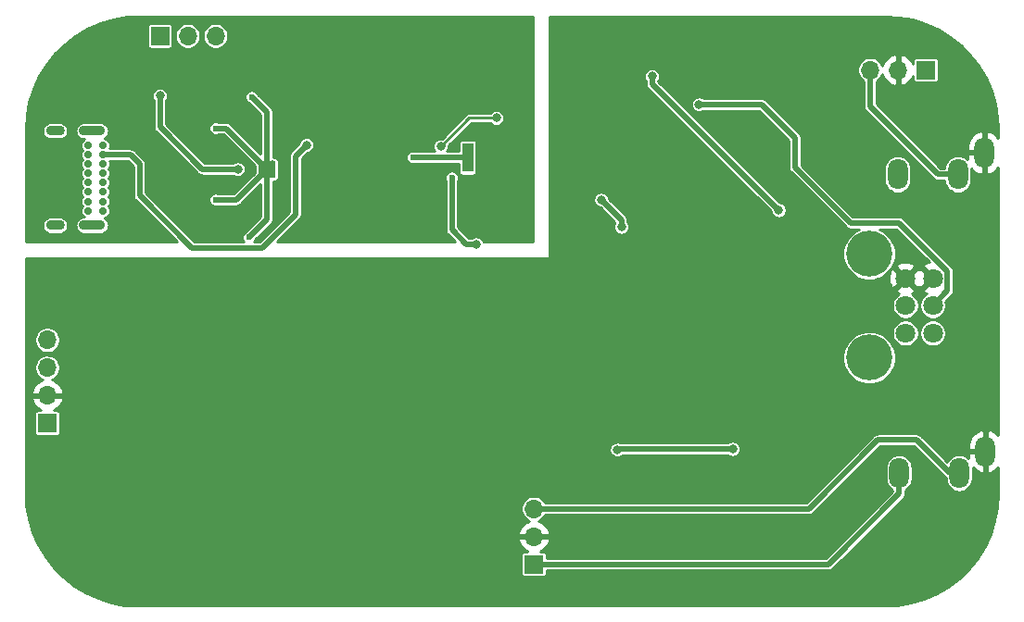
<source format=gbr>
%TF.GenerationSoftware,KiCad,Pcbnew,(5.1.8)-1*%
%TF.CreationDate,2021-03-14T21:45:14-06:00*%
%TF.ProjectId,Audio Card,41756469-6f20-4436-9172-642e6b696361,rev?*%
%TF.SameCoordinates,Original*%
%TF.FileFunction,Copper,L2,Bot*%
%TF.FilePolarity,Positive*%
%FSLAX46Y46*%
G04 Gerber Fmt 4.6, Leading zero omitted, Abs format (unit mm)*
G04 Created by KiCad (PCBNEW (5.1.8)-1) date 2021-03-14 21:45:14*
%MOMM*%
%LPD*%
G01*
G04 APERTURE LIST*
%TA.AperFunction,ComponentPad*%
%ADD10C,0.500000*%
%TD*%
%TA.AperFunction,ComponentPad*%
%ADD11O,1.700000X1.700000*%
%TD*%
%TA.AperFunction,ComponentPad*%
%ADD12R,1.700000X1.700000*%
%TD*%
%TA.AperFunction,ComponentPad*%
%ADD13O,1.700000X0.900000*%
%TD*%
%TA.AperFunction,ComponentPad*%
%ADD14O,2.400000X0.900000*%
%TD*%
%TA.AperFunction,ComponentPad*%
%ADD15C,0.700000*%
%TD*%
%TA.AperFunction,SMDPad,CuDef*%
%ADD16R,1.000000X2.650000*%
%TD*%
%TA.AperFunction,ComponentPad*%
%ADD17C,0.600000*%
%TD*%
%TA.AperFunction,ComponentPad*%
%ADD18C,4.200000*%
%TD*%
%TA.AperFunction,ComponentPad*%
%ADD19C,1.800000*%
%TD*%
%TA.AperFunction,ComponentPad*%
%ADD20O,1.800000X2.800000*%
%TD*%
%TA.AperFunction,ViaPad*%
%ADD21C,0.600000*%
%TD*%
%TA.AperFunction,ViaPad*%
%ADD22C,0.800000*%
%TD*%
%TA.AperFunction,ViaPad*%
%ADD23C,1.000000*%
%TD*%
%TA.AperFunction,Conductor*%
%ADD24C,0.500000*%
%TD*%
%TA.AperFunction,Conductor*%
%ADD25C,0.250000*%
%TD*%
%TA.AperFunction,Conductor*%
%ADD26C,0.254000*%
%TD*%
%TA.AperFunction,Conductor*%
%ADD27C,0.100000*%
%TD*%
G04 APERTURE END LIST*
%TO.P,U9,17*%
%TO.N,GND*%
%TA.AperFunction,SMDPad,CuDef*%
G36*
G01*
X176739200Y-58607600D02*
X176739200Y-57507600D01*
G75*
G02*
X176989200Y-57257600I250000J0D01*
G01*
X178089200Y-57257600D01*
G75*
G02*
X178339200Y-57507600I0J-250000D01*
G01*
X178339200Y-58607600D01*
G75*
G02*
X178089200Y-58857600I-250000J0D01*
G01*
X176989200Y-58857600D01*
G75*
G02*
X176739200Y-58607600I0J250000D01*
G01*
G37*
%TD.AperFunction*%
D10*
X178089200Y-58607600D03*
X176989200Y-58607600D03*
X178089200Y-57507600D03*
X176989200Y-57507600D03*
%TD*%
D11*
%TO.P,J6,3*%
%TO.N,/Headphone amp/ampInL*%
X201930000Y-89090500D03*
%TO.P,J6,2*%
%TO.N,GND*%
X201930000Y-91630500D03*
D12*
%TO.P,J6,1*%
%TO.N,/Headphone amp/ampInR*%
X201930000Y-94170500D03*
%TD*%
D13*
%TO.P,P1,S1*%
%TO.N,GND*%
X158200000Y-63180000D03*
X158200000Y-54530000D03*
D14*
X161580000Y-63180000D03*
X161580000Y-54530000D03*
D15*
%TO.P,P1,B6*%
%TO.N,N/C*%
X161210000Y-59280000D03*
%TO.P,P1,B1*%
%TO.N,GND*%
X161210000Y-61830000D03*
%TO.P,P1,B4*%
%TO.N,VIN*%
X161210000Y-60980000D03*
%TO.P,P1,B5*%
%TO.N,Net-(P1-PadB5)*%
X161210000Y-60130000D03*
%TO.P,P1,B12*%
%TO.N,GND*%
X161210000Y-55880000D03*
%TO.P,P1,B8*%
%TO.N,N/C*%
X161210000Y-57580000D03*
%TO.P,P1,B7*%
X161210000Y-58430000D03*
%TO.P,P1,B9*%
%TO.N,VIN*%
X161210000Y-56730000D03*
%TO.P,P1,A12*%
%TO.N,GND*%
X162560000Y-61830000D03*
%TO.P,P1,A9*%
%TO.N,VIN*%
X162560000Y-60980000D03*
%TO.P,P1,A8*%
%TO.N,N/C*%
X162560000Y-60130000D03*
%TO.P,P1,A7*%
%TO.N,D-*%
X162560000Y-59280000D03*
%TO.P,P1,A6*%
%TO.N,D+*%
X162560000Y-58430000D03*
%TO.P,P1,A5*%
%TO.N,Net-(P1-PadA5)*%
X162560000Y-57580000D03*
%TO.P,P1,A4*%
%TO.N,VIN*%
X162560000Y-56730000D03*
%TO.P,P1,A1*%
%TO.N,GND*%
X162560000Y-55880000D03*
%TD*%
D11*
%TO.P,J5,4*%
%TO.N,D-*%
X157480000Y-73660000D03*
%TO.P,J5,3*%
%TO.N,D+*%
X157480000Y-76200000D03*
%TO.P,J5,2*%
%TO.N,GND*%
X157480000Y-78740000D03*
D12*
%TO.P,J5,1*%
%TO.N,VOUT*%
X157480000Y-81280000D03*
%TD*%
D16*
%TO.P,U10,13*%
%TO.N,GND*%
X195884800Y-56976900D03*
D17*
X195884800Y-57976900D03*
X195884800Y-55976900D03*
X195884800Y-56976900D03*
%TD*%
D18*
%TO.P,RV1,*%
%TO.N,*%
X232579000Y-75275000D03*
X232579000Y-65775000D03*
D19*
%TO.P,RV1,4*%
%TO.N,Net-(C4-Pad2)*%
X235879000Y-73025000D03*
%TO.P,RV1,5*%
%TO.N,Net-(R10-Pad2)*%
X235879000Y-70525000D03*
%TO.P,RV1,6*%
%TO.N,GND*%
X235879000Y-68025000D03*
%TO.P,RV1,1*%
%TO.N,Net-(C2-Pad2)*%
X238379000Y-73025000D03*
%TO.P,RV1,2*%
%TO.N,Net-(R5-Pad2)*%
X238379000Y-70525000D03*
%TO.P,RV1,3*%
%TO.N,GND*%
X238379000Y-68025000D03*
%TD*%
D11*
%TO.P,J4,3*%
%TO.N,GND*%
X172847000Y-45847000D03*
%TO.P,J4,2*%
%TO.N,NTC_Therm*%
X170307000Y-45847000D03*
D12*
%TO.P,J4,1*%
%TO.N,+BATT*%
X167767000Y-45847000D03*
%TD*%
D11*
%TO.P,J3,3*%
%TO.N,ampOutL*%
X232664000Y-48958500D03*
%TO.P,J3,2*%
%TO.N,GND*%
X235204000Y-48958500D03*
D12*
%TO.P,J3,1*%
%TO.N,ampOutR*%
X237744000Y-48958500D03*
%TD*%
D20*
%TO.P,J2,R*%
%TO.N,/Headphone amp/ampInR*%
X235292000Y-85852000D03*
%TO.P,J2,T*%
%TO.N,/Headphone amp/ampInL*%
X240792000Y-85852000D03*
%TO.P,J2,S*%
%TO.N,GND*%
X243192000Y-83852000D03*
%TD*%
%TO.P,J1,R*%
%TO.N,ampOutR*%
X235178000Y-58515000D03*
%TO.P,J1,T*%
%TO.N,ampOutL*%
X240678000Y-58515000D03*
%TO.P,J1,S*%
%TO.N,GND*%
X243078000Y-56515000D03*
%TD*%
D21*
%TO.N,GND*%
X175895000Y-64262000D03*
X176149000Y-51435000D03*
X172847000Y-60833000D03*
X172847000Y-54292500D03*
X190881000Y-56959500D03*
D22*
X224917000Y-49784000D03*
X223710500Y-55181500D03*
X215328500Y-60833000D03*
X212915500Y-65405000D03*
X227584000Y-65341500D03*
X223329500Y-72834500D03*
%TO.N,/Headphone amp/+2V*%
X212725000Y-49530000D03*
X224282000Y-61785500D03*
X208089500Y-60833000D03*
X209931000Y-63309500D03*
%TO.N,VIN*%
X181165500Y-55816500D03*
D23*
%TO.N,VOUT*%
X181483000Y-58928000D03*
D22*
X173990000Y-63817500D03*
X199199500Y-62674500D03*
%TO.N,+BATT*%
X174879000Y-58039000D03*
X167767000Y-51308000D03*
D21*
%TO.N,/Headphone amp/-2V*%
X194437000Y-58801000D03*
D22*
X220091000Y-83629500D03*
X196659500Y-64897000D03*
X209550000Y-83693000D03*
%TO.N,Net-(R5-Pad2)*%
X217031000Y-52121500D03*
%TO.N,Net-(R22-Pad1)*%
X193421000Y-55951910D03*
X198501000Y-53340000D03*
%TD*%
D24*
%TO.N,GND*%
X177539200Y-62617800D02*
X175895000Y-64262000D01*
X177539200Y-58057600D02*
X177539200Y-62617800D01*
X177539200Y-52825200D02*
X176149000Y-51435000D01*
X177539200Y-58057600D02*
X177539200Y-52825200D01*
X174763800Y-60833000D02*
X172847000Y-60833000D01*
X177539200Y-58057600D02*
X174763800Y-60833000D01*
X177539200Y-58057600D02*
X177539200Y-57397200D01*
X177539200Y-58057600D02*
X177539200Y-58032200D01*
X173799500Y-54292500D02*
X172847000Y-54292500D01*
X177539200Y-58032200D02*
X173799500Y-54292500D01*
X190898400Y-56976900D02*
X190881000Y-56959500D01*
X195884800Y-56976900D02*
X190898400Y-56976900D01*
%TO.N,/Headphone amp/+2V*%
X212725000Y-50228500D02*
X224282000Y-61785500D01*
X212725000Y-49530000D02*
X212725000Y-50228500D01*
X208089500Y-60960000D02*
X208089500Y-60833000D01*
X209931000Y-62674500D02*
X208089500Y-60833000D01*
X209931000Y-63309500D02*
X209931000Y-62674500D01*
%TO.N,VIN*%
X180149500Y-56832500D02*
X181165500Y-55816500D01*
X180149500Y-62166500D02*
X180149500Y-56832500D01*
X177101500Y-65214500D02*
X180149500Y-62166500D01*
X170688000Y-65214500D02*
X177101500Y-65214500D01*
X165901000Y-60427500D02*
X170688000Y-65214500D01*
X165901000Y-57555500D02*
X165901000Y-60427500D01*
X165075500Y-56730000D02*
X165901000Y-57555500D01*
X162560000Y-56730000D02*
X165075500Y-56730000D01*
%TO.N,+BATT*%
X174879000Y-58039000D02*
X171640500Y-58039000D01*
X171640500Y-58039000D02*
X167767000Y-54165500D01*
X167767000Y-51308000D02*
X167767000Y-54165500D01*
%TO.N,/Headphone amp/-2V*%
X194437000Y-58801000D02*
X194437000Y-61964002D01*
X194437000Y-61964002D02*
X194437000Y-63563500D01*
X195770500Y-64897000D02*
X196659500Y-64897000D01*
X194437000Y-63563500D02*
X195770500Y-64897000D01*
X209613500Y-83629500D02*
X209550000Y-83693000D01*
X220091000Y-83629500D02*
X209613500Y-83629500D01*
%TO.N,ampOutL*%
X232664000Y-48958500D02*
X232664000Y-52324000D01*
X238855000Y-58515000D02*
X240678000Y-58515000D01*
X232664000Y-52324000D02*
X238855000Y-58515000D01*
%TO.N,/Headphone amp/ampInR*%
X201930000Y-94170500D02*
X213487000Y-94170500D01*
X235292000Y-85852000D02*
X235292000Y-87732500D01*
X228854000Y-94170500D02*
X213487000Y-94170500D01*
X235292000Y-87732500D02*
X228854000Y-94170500D01*
%TO.N,/Headphone amp/ampInL*%
X227076000Y-89090500D02*
X201930000Y-89090500D01*
X233362500Y-82804000D02*
X227076000Y-89090500D01*
X236918500Y-82804000D02*
X233362500Y-82804000D01*
X239966500Y-85852000D02*
X236918500Y-82804000D01*
X240792000Y-85852000D02*
X239966500Y-85852000D01*
%TO.N,Net-(R5-Pad2)*%
X239729001Y-67376999D02*
X239729001Y-69174999D01*
X239729001Y-69174999D02*
X238379000Y-70525000D01*
X225812501Y-55188001D02*
X225812501Y-57918501D01*
X222746000Y-52121500D02*
X225812501Y-55188001D01*
X217031000Y-52121500D02*
X222746000Y-52121500D01*
X230847749Y-62953749D02*
X225812501Y-57918501D01*
X235305751Y-62953749D02*
X230847749Y-62953749D01*
X235305751Y-62953749D02*
X239729001Y-67376999D01*
D25*
%TO.N,Net-(R22-Pad1)*%
X196032910Y-53340000D02*
X198501000Y-53340000D01*
X193421000Y-55951910D02*
X196032910Y-53340000D01*
%TD*%
D26*
%TO.N,VOUT*%
X201803000Y-64643000D02*
X197341189Y-64643000D01*
X197303759Y-64552636D01*
X197224198Y-64433564D01*
X197122936Y-64332302D01*
X197003864Y-64252741D01*
X196871558Y-64197938D01*
X196731103Y-64170000D01*
X196587897Y-64170000D01*
X196447442Y-64197938D01*
X196315136Y-64252741D01*
X196214475Y-64320000D01*
X196009501Y-64320000D01*
X195014000Y-63324499D01*
X195014000Y-59046429D01*
X195039905Y-58983889D01*
X195064000Y-58862754D01*
X195064000Y-58739246D01*
X195039905Y-58618111D01*
X194992640Y-58504004D01*
X194924023Y-58401311D01*
X194836689Y-58313977D01*
X194733996Y-58245360D01*
X194619889Y-58198095D01*
X194498754Y-58174000D01*
X194375246Y-58174000D01*
X194254111Y-58198095D01*
X194140004Y-58245360D01*
X194037311Y-58313977D01*
X193949977Y-58401311D01*
X193881360Y-58504004D01*
X193834095Y-58618111D01*
X193810000Y-58739246D01*
X193810000Y-58862754D01*
X193834095Y-58983889D01*
X193860000Y-59046429D01*
X193860001Y-61935657D01*
X193860000Y-61935667D01*
X193860001Y-63535159D01*
X193857210Y-63563500D01*
X193868349Y-63676611D01*
X193901344Y-63785376D01*
X193954922Y-63885615D01*
X193967817Y-63901327D01*
X194008963Y-63951464D01*
X194008966Y-63951467D01*
X194027027Y-63973474D01*
X194049034Y-63991535D01*
X194700499Y-64643000D01*
X178489001Y-64643000D01*
X180537463Y-62594538D01*
X180559474Y-62576474D01*
X180631579Y-62488615D01*
X180685157Y-62388376D01*
X180698704Y-62343718D01*
X180718151Y-62279612D01*
X180723863Y-62221614D01*
X180726500Y-62194836D01*
X180726500Y-62194831D01*
X180729290Y-62166500D01*
X180726500Y-62138169D01*
X180726500Y-57071501D01*
X180900255Y-56897746D01*
X190254000Y-56897746D01*
X190254000Y-57021254D01*
X190278095Y-57142389D01*
X190325360Y-57256496D01*
X190393977Y-57359189D01*
X190481311Y-57446523D01*
X190584004Y-57515140D01*
X190698111Y-57562405D01*
X190819246Y-57586500D01*
X190942754Y-57586500D01*
X191063889Y-57562405D01*
X191084422Y-57553900D01*
X195056218Y-57553900D01*
X195056218Y-58301900D01*
X195062532Y-58366003D01*
X195081230Y-58427643D01*
X195111594Y-58484450D01*
X195152457Y-58534243D01*
X195202250Y-58575106D01*
X195259057Y-58605470D01*
X195320697Y-58624168D01*
X195384800Y-58630482D01*
X196384800Y-58630482D01*
X196448903Y-58624168D01*
X196510543Y-58605470D01*
X196567350Y-58575106D01*
X196617143Y-58534243D01*
X196658006Y-58484450D01*
X196688370Y-58427643D01*
X196707068Y-58366003D01*
X196713382Y-58301900D01*
X196713382Y-55651900D01*
X196707068Y-55587797D01*
X196688370Y-55526157D01*
X196658006Y-55469350D01*
X196617143Y-55419557D01*
X196567350Y-55378694D01*
X196510543Y-55348330D01*
X196448903Y-55329632D01*
X196384800Y-55323318D01*
X195384800Y-55323318D01*
X195320697Y-55329632D01*
X195259057Y-55348330D01*
X195202250Y-55378694D01*
X195152457Y-55419557D01*
X195111594Y-55469350D01*
X195081230Y-55526157D01*
X195062532Y-55587797D01*
X195056218Y-55651900D01*
X195056218Y-56399900D01*
X193996019Y-56399900D01*
X194065259Y-56296274D01*
X194120062Y-56163968D01*
X194148000Y-56023513D01*
X194148000Y-55880307D01*
X194145317Y-55866817D01*
X196220134Y-53792000D01*
X197928661Y-53792000D01*
X197936302Y-53803436D01*
X198037564Y-53904698D01*
X198156636Y-53984259D01*
X198288942Y-54039062D01*
X198429397Y-54067000D01*
X198572603Y-54067000D01*
X198713058Y-54039062D01*
X198845364Y-53984259D01*
X198964436Y-53904698D01*
X199065698Y-53803436D01*
X199145259Y-53684364D01*
X199200062Y-53552058D01*
X199228000Y-53411603D01*
X199228000Y-53268397D01*
X199200062Y-53127942D01*
X199145259Y-52995636D01*
X199065698Y-52876564D01*
X198964436Y-52775302D01*
X198845364Y-52695741D01*
X198713058Y-52640938D01*
X198572603Y-52613000D01*
X198429397Y-52613000D01*
X198288942Y-52640938D01*
X198156636Y-52695741D01*
X198037564Y-52775302D01*
X197936302Y-52876564D01*
X197928661Y-52888000D01*
X196055115Y-52888000D01*
X196032910Y-52885813D01*
X195944302Y-52894540D01*
X195859100Y-52920386D01*
X195780577Y-52962357D01*
X195711751Y-53018841D01*
X195697591Y-53036095D01*
X193506093Y-55227593D01*
X193492603Y-55224910D01*
X193349397Y-55224910D01*
X193208942Y-55252848D01*
X193076636Y-55307651D01*
X192957564Y-55387212D01*
X192856302Y-55488474D01*
X192776741Y-55607546D01*
X192721938Y-55739852D01*
X192694000Y-55880307D01*
X192694000Y-56023513D01*
X192721938Y-56163968D01*
X192776741Y-56296274D01*
X192845981Y-56399900D01*
X191168436Y-56399900D01*
X191063889Y-56356595D01*
X190942754Y-56332500D01*
X190819246Y-56332500D01*
X190698111Y-56356595D01*
X190584004Y-56403860D01*
X190481311Y-56472477D01*
X190393977Y-56559811D01*
X190325360Y-56662504D01*
X190278095Y-56776611D01*
X190254000Y-56897746D01*
X180900255Y-56897746D01*
X181258822Y-56539180D01*
X181377558Y-56515562D01*
X181509864Y-56460759D01*
X181628936Y-56381198D01*
X181730198Y-56279936D01*
X181809759Y-56160864D01*
X181864562Y-56028558D01*
X181892500Y-55888103D01*
X181892500Y-55744897D01*
X181864562Y-55604442D01*
X181809759Y-55472136D01*
X181730198Y-55353064D01*
X181628936Y-55251802D01*
X181509864Y-55172241D01*
X181377558Y-55117438D01*
X181237103Y-55089500D01*
X181093897Y-55089500D01*
X180953442Y-55117438D01*
X180821136Y-55172241D01*
X180702064Y-55251802D01*
X180600802Y-55353064D01*
X180521241Y-55472136D01*
X180466438Y-55604442D01*
X180442820Y-55723178D01*
X179761533Y-56404466D01*
X179739527Y-56422526D01*
X179721466Y-56444533D01*
X179721463Y-56444536D01*
X179705553Y-56463923D01*
X179667422Y-56510385D01*
X179630317Y-56579805D01*
X179613844Y-56610624D01*
X179580849Y-56719389D01*
X179569710Y-56832500D01*
X179572501Y-56860841D01*
X179572500Y-61927499D01*
X176862499Y-64637500D01*
X176398186Y-64637500D01*
X176450640Y-64558996D01*
X176476545Y-64496456D01*
X177927162Y-63045839D01*
X177949174Y-63027774D01*
X178021279Y-62939915D01*
X178074857Y-62839676D01*
X178088404Y-62795018D01*
X178107851Y-62730912D01*
X178118990Y-62617800D01*
X178116200Y-62589469D01*
X178116200Y-59184600D01*
X178146030Y-59184600D01*
X178186011Y-59176647D01*
X178202076Y-59175065D01*
X178217524Y-59170379D01*
X178257505Y-59162426D01*
X178295168Y-59146825D01*
X178310614Y-59142140D01*
X178324847Y-59134532D01*
X178362512Y-59118931D01*
X178396411Y-59096280D01*
X178410643Y-59088673D01*
X178423118Y-59078435D01*
X178457016Y-59055785D01*
X178485844Y-59026957D01*
X178498319Y-59016719D01*
X178508557Y-59004244D01*
X178537385Y-58975416D01*
X178560035Y-58941518D01*
X178570273Y-58929043D01*
X178577880Y-58914811D01*
X178600531Y-58880912D01*
X178616132Y-58843247D01*
X178623740Y-58829014D01*
X178628425Y-58813568D01*
X178644026Y-58775905D01*
X178651979Y-58735924D01*
X178656665Y-58720476D01*
X178658247Y-58704411D01*
X178666200Y-58664430D01*
X178666200Y-58623663D01*
X178667782Y-58607600D01*
X178667782Y-57507600D01*
X178666200Y-57491537D01*
X178666200Y-57450770D01*
X178658247Y-57410789D01*
X178656665Y-57394724D01*
X178651979Y-57379276D01*
X178644026Y-57339295D01*
X178628425Y-57301632D01*
X178623740Y-57286186D01*
X178616132Y-57271953D01*
X178600531Y-57234288D01*
X178577880Y-57200389D01*
X178570273Y-57186157D01*
X178560035Y-57173682D01*
X178537385Y-57139784D01*
X178508557Y-57110956D01*
X178498319Y-57098481D01*
X178485844Y-57088243D01*
X178457016Y-57059415D01*
X178423118Y-57036765D01*
X178410643Y-57026527D01*
X178396411Y-57018920D01*
X178362512Y-56996269D01*
X178324847Y-56980668D01*
X178310614Y-56973060D01*
X178295168Y-56968375D01*
X178257505Y-56952774D01*
X178217524Y-56944821D01*
X178202076Y-56940135D01*
X178186011Y-56938553D01*
X178146030Y-56930600D01*
X178116200Y-56930600D01*
X178116200Y-52853539D01*
X178118991Y-52825200D01*
X178107851Y-52712088D01*
X178083570Y-52632047D01*
X178074857Y-52603324D01*
X178021279Y-52503085D01*
X177949174Y-52415226D01*
X177927162Y-52397161D01*
X176730545Y-51200544D01*
X176704640Y-51138004D01*
X176636023Y-51035311D01*
X176548689Y-50947977D01*
X176445996Y-50879360D01*
X176331889Y-50832095D01*
X176210754Y-50808000D01*
X176087246Y-50808000D01*
X175966111Y-50832095D01*
X175852004Y-50879360D01*
X175749311Y-50947977D01*
X175661977Y-51035311D01*
X175593360Y-51138004D01*
X175546095Y-51252111D01*
X175522000Y-51373246D01*
X175522000Y-51496754D01*
X175546095Y-51617889D01*
X175593360Y-51731996D01*
X175661977Y-51834689D01*
X175749311Y-51922023D01*
X175852004Y-51990640D01*
X175914544Y-52016545D01*
X176962201Y-53064202D01*
X176962200Y-56639199D01*
X174227539Y-53904538D01*
X174209474Y-53882526D01*
X174121615Y-53810421D01*
X174021376Y-53756843D01*
X173957270Y-53737397D01*
X173912611Y-53723849D01*
X173857545Y-53718426D01*
X173827836Y-53715500D01*
X173827831Y-53715500D01*
X173799500Y-53712710D01*
X173771169Y-53715500D01*
X173092429Y-53715500D01*
X173029889Y-53689595D01*
X172908754Y-53665500D01*
X172785246Y-53665500D01*
X172664111Y-53689595D01*
X172550004Y-53736860D01*
X172447311Y-53805477D01*
X172359977Y-53892811D01*
X172291360Y-53995504D01*
X172244095Y-54109611D01*
X172220000Y-54230746D01*
X172220000Y-54354254D01*
X172244095Y-54475389D01*
X172291360Y-54589496D01*
X172359977Y-54692189D01*
X172447311Y-54779523D01*
X172550004Y-54848140D01*
X172664111Y-54895405D01*
X172785246Y-54919500D01*
X172908754Y-54919500D01*
X173029889Y-54895405D01*
X173092429Y-54869500D01*
X173560499Y-54869500D01*
X176410618Y-57719619D01*
X176410618Y-58370181D01*
X174524799Y-60256000D01*
X173092429Y-60256000D01*
X173029889Y-60230095D01*
X172908754Y-60206000D01*
X172785246Y-60206000D01*
X172664111Y-60230095D01*
X172550004Y-60277360D01*
X172447311Y-60345977D01*
X172359977Y-60433311D01*
X172291360Y-60536004D01*
X172244095Y-60650111D01*
X172220000Y-60771246D01*
X172220000Y-60894754D01*
X172244095Y-61015889D01*
X172291360Y-61129996D01*
X172359977Y-61232689D01*
X172447311Y-61320023D01*
X172550004Y-61388640D01*
X172664111Y-61435905D01*
X172785246Y-61460000D01*
X172908754Y-61460000D01*
X173029889Y-61435905D01*
X173092429Y-61410000D01*
X174735469Y-61410000D01*
X174763800Y-61412790D01*
X174792131Y-61410000D01*
X174792136Y-61410000D01*
X174821845Y-61407074D01*
X174876911Y-61401651D01*
X174921570Y-61388103D01*
X174985676Y-61368657D01*
X175085915Y-61315079D01*
X175173774Y-61242974D01*
X175191839Y-61220962D01*
X176962200Y-59450601D01*
X176962201Y-62378798D01*
X175660544Y-63680455D01*
X175598004Y-63706360D01*
X175495311Y-63774977D01*
X175407977Y-63862311D01*
X175339360Y-63965004D01*
X175292095Y-64079111D01*
X175268000Y-64200246D01*
X175268000Y-64323754D01*
X175292095Y-64444889D01*
X175339360Y-64558996D01*
X175391814Y-64637500D01*
X170927001Y-64637500D01*
X166478000Y-60188499D01*
X166478000Y-57583828D01*
X166480790Y-57555499D01*
X166478000Y-57527170D01*
X166478000Y-57527164D01*
X166469650Y-57442388D01*
X166436657Y-57333624D01*
X166383079Y-57233385D01*
X166310974Y-57145526D01*
X166288963Y-57127462D01*
X165503539Y-56342038D01*
X165485474Y-56320026D01*
X165397615Y-56247921D01*
X165297376Y-56194343D01*
X165233270Y-56174897D01*
X165188611Y-56161349D01*
X165133545Y-56155926D01*
X165103836Y-56153000D01*
X165103831Y-56153000D01*
X165075500Y-56150210D01*
X165047169Y-56153000D01*
X163179700Y-56153000D01*
X163210984Y-56077474D01*
X163237000Y-55946679D01*
X163237000Y-55813321D01*
X163210984Y-55682526D01*
X163159950Y-55559320D01*
X163085860Y-55448437D01*
X162991563Y-55354140D01*
X162880680Y-55280050D01*
X162757474Y-55229016D01*
X162694106Y-55216412D01*
X162763766Y-55179177D01*
X162882080Y-55082080D01*
X162979177Y-54963766D01*
X163051327Y-54828784D01*
X163095757Y-54682319D01*
X163110759Y-54530000D01*
X163095757Y-54377681D01*
X163051327Y-54231216D01*
X162979177Y-54096234D01*
X162882080Y-53977920D01*
X162763766Y-53880823D01*
X162628784Y-53808673D01*
X162482319Y-53764243D01*
X162368166Y-53753000D01*
X160791834Y-53753000D01*
X160677681Y-53764243D01*
X160531216Y-53808673D01*
X160396234Y-53880823D01*
X160277920Y-53977920D01*
X160180823Y-54096234D01*
X160108673Y-54231216D01*
X160064243Y-54377681D01*
X160049241Y-54530000D01*
X160064243Y-54682319D01*
X160108673Y-54828784D01*
X160180823Y-54963766D01*
X160277920Y-55082080D01*
X160396234Y-55179177D01*
X160531216Y-55251327D01*
X160677681Y-55295757D01*
X160791834Y-55307000D01*
X160848987Y-55307000D01*
X160778437Y-55354140D01*
X160684140Y-55448437D01*
X160610050Y-55559320D01*
X160559016Y-55682526D01*
X160533000Y-55813321D01*
X160533000Y-55946679D01*
X160559016Y-56077474D01*
X160610050Y-56200680D01*
X160679755Y-56305000D01*
X160610050Y-56409320D01*
X160559016Y-56532526D01*
X160533000Y-56663321D01*
X160533000Y-56796679D01*
X160559016Y-56927474D01*
X160610050Y-57050680D01*
X160679755Y-57155000D01*
X160610050Y-57259320D01*
X160559016Y-57382526D01*
X160533000Y-57513321D01*
X160533000Y-57646679D01*
X160559016Y-57777474D01*
X160610050Y-57900680D01*
X160679755Y-58005000D01*
X160610050Y-58109320D01*
X160559016Y-58232526D01*
X160533000Y-58363321D01*
X160533000Y-58496679D01*
X160559016Y-58627474D01*
X160610050Y-58750680D01*
X160679755Y-58855000D01*
X160610050Y-58959320D01*
X160559016Y-59082526D01*
X160533000Y-59213321D01*
X160533000Y-59346679D01*
X160559016Y-59477474D01*
X160610050Y-59600680D01*
X160679755Y-59705000D01*
X160610050Y-59809320D01*
X160559016Y-59932526D01*
X160533000Y-60063321D01*
X160533000Y-60196679D01*
X160559016Y-60327474D01*
X160610050Y-60450680D01*
X160679755Y-60555000D01*
X160610050Y-60659320D01*
X160559016Y-60782526D01*
X160533000Y-60913321D01*
X160533000Y-61046679D01*
X160559016Y-61177474D01*
X160610050Y-61300680D01*
X160679755Y-61405000D01*
X160610050Y-61509320D01*
X160559016Y-61632526D01*
X160533000Y-61763321D01*
X160533000Y-61896679D01*
X160559016Y-62027474D01*
X160610050Y-62150680D01*
X160684140Y-62261563D01*
X160778437Y-62355860D01*
X160848987Y-62403000D01*
X160791834Y-62403000D01*
X160677681Y-62414243D01*
X160531216Y-62458673D01*
X160396234Y-62530823D01*
X160277920Y-62627920D01*
X160180823Y-62746234D01*
X160108673Y-62881216D01*
X160064243Y-63027681D01*
X160049241Y-63180000D01*
X160064243Y-63332319D01*
X160108673Y-63478784D01*
X160180823Y-63613766D01*
X160277920Y-63732080D01*
X160396234Y-63829177D01*
X160531216Y-63901327D01*
X160677681Y-63945757D01*
X160791834Y-63957000D01*
X162368166Y-63957000D01*
X162482319Y-63945757D01*
X162628784Y-63901327D01*
X162763766Y-63829177D01*
X162882080Y-63732080D01*
X162979177Y-63613766D01*
X163051327Y-63478784D01*
X163095757Y-63332319D01*
X163110759Y-63180000D01*
X163095757Y-63027681D01*
X163051327Y-62881216D01*
X162979177Y-62746234D01*
X162882080Y-62627920D01*
X162763766Y-62530823D01*
X162694106Y-62493588D01*
X162757474Y-62480984D01*
X162880680Y-62429950D01*
X162991563Y-62355860D01*
X163085860Y-62261563D01*
X163159950Y-62150680D01*
X163210984Y-62027474D01*
X163237000Y-61896679D01*
X163237000Y-61763321D01*
X163210984Y-61632526D01*
X163159950Y-61509320D01*
X163090245Y-61405000D01*
X163159950Y-61300680D01*
X163210984Y-61177474D01*
X163237000Y-61046679D01*
X163237000Y-60913321D01*
X163210984Y-60782526D01*
X163159950Y-60659320D01*
X163090245Y-60555000D01*
X163159950Y-60450680D01*
X163210984Y-60327474D01*
X163237000Y-60196679D01*
X163237000Y-60063321D01*
X163210984Y-59932526D01*
X163159950Y-59809320D01*
X163090245Y-59705000D01*
X163159950Y-59600680D01*
X163210984Y-59477474D01*
X163237000Y-59346679D01*
X163237000Y-59213321D01*
X163210984Y-59082526D01*
X163159950Y-58959320D01*
X163090245Y-58855000D01*
X163159950Y-58750680D01*
X163210984Y-58627474D01*
X163237000Y-58496679D01*
X163237000Y-58363321D01*
X163210984Y-58232526D01*
X163159950Y-58109320D01*
X163090245Y-58005000D01*
X163159950Y-57900680D01*
X163210984Y-57777474D01*
X163237000Y-57646679D01*
X163237000Y-57513321D01*
X163210984Y-57382526D01*
X163179700Y-57307000D01*
X164836499Y-57307000D01*
X165324000Y-57794501D01*
X165324001Y-60399159D01*
X165321210Y-60427500D01*
X165332349Y-60540611D01*
X165353740Y-60611124D01*
X165365344Y-60649376D01*
X165418922Y-60749615D01*
X165444666Y-60780984D01*
X165472963Y-60815464D01*
X165472966Y-60815467D01*
X165491027Y-60837474D01*
X165513034Y-60855535D01*
X169300499Y-64643000D01*
X155513000Y-64643000D01*
X155513000Y-63180000D01*
X157019241Y-63180000D01*
X157034243Y-63332319D01*
X157078673Y-63478784D01*
X157150823Y-63613766D01*
X157247920Y-63732080D01*
X157366234Y-63829177D01*
X157501216Y-63901327D01*
X157647681Y-63945757D01*
X157761834Y-63957000D01*
X158638166Y-63957000D01*
X158752319Y-63945757D01*
X158898784Y-63901327D01*
X159033766Y-63829177D01*
X159152080Y-63732080D01*
X159249177Y-63613766D01*
X159321327Y-63478784D01*
X159365757Y-63332319D01*
X159380759Y-63180000D01*
X159365757Y-63027681D01*
X159321327Y-62881216D01*
X159249177Y-62746234D01*
X159152080Y-62627920D01*
X159033766Y-62530823D01*
X158898784Y-62458673D01*
X158752319Y-62414243D01*
X158638166Y-62403000D01*
X157761834Y-62403000D01*
X157647681Y-62414243D01*
X157501216Y-62458673D01*
X157366234Y-62530823D01*
X157247920Y-62627920D01*
X157150823Y-62746234D01*
X157078673Y-62881216D01*
X157034243Y-63027681D01*
X157019241Y-63180000D01*
X155513000Y-63180000D01*
X155513000Y-54530000D01*
X157019241Y-54530000D01*
X157034243Y-54682319D01*
X157078673Y-54828784D01*
X157150823Y-54963766D01*
X157247920Y-55082080D01*
X157366234Y-55179177D01*
X157501216Y-55251327D01*
X157647681Y-55295757D01*
X157761834Y-55307000D01*
X158638166Y-55307000D01*
X158752319Y-55295757D01*
X158898784Y-55251327D01*
X159033766Y-55179177D01*
X159152080Y-55082080D01*
X159249177Y-54963766D01*
X159321327Y-54828784D01*
X159365757Y-54682319D01*
X159380759Y-54530000D01*
X159365757Y-54377681D01*
X159321327Y-54231216D01*
X159249177Y-54096234D01*
X159152080Y-53977920D01*
X159033766Y-53880823D01*
X158898784Y-53808673D01*
X158752319Y-53764243D01*
X158638166Y-53753000D01*
X157761834Y-53753000D01*
X157647681Y-53764243D01*
X157501216Y-53808673D01*
X157366234Y-53880823D01*
X157247920Y-53977920D01*
X157150823Y-54096234D01*
X157078673Y-54231216D01*
X157034243Y-54377681D01*
X157019241Y-54530000D01*
X155513000Y-54530000D01*
X155512999Y-54369053D01*
X155590458Y-53102609D01*
X155819297Y-51867903D01*
X156018410Y-51236397D01*
X167040000Y-51236397D01*
X167040000Y-51379603D01*
X167067938Y-51520058D01*
X167122741Y-51652364D01*
X167190000Y-51753025D01*
X167190001Y-54137159D01*
X167187210Y-54165500D01*
X167198349Y-54278611D01*
X167228403Y-54377681D01*
X167231344Y-54387376D01*
X167284922Y-54487615D01*
X167311013Y-54519406D01*
X167338963Y-54553464D01*
X167338966Y-54553467D01*
X167357027Y-54575474D01*
X167379034Y-54593535D01*
X171212465Y-58426967D01*
X171230526Y-58448974D01*
X171252533Y-58467035D01*
X171252535Y-58467037D01*
X171266972Y-58478885D01*
X171318385Y-58521079D01*
X171418624Y-58574657D01*
X171527388Y-58607650D01*
X171612164Y-58616000D01*
X171612170Y-58616000D01*
X171640499Y-58618790D01*
X171668828Y-58616000D01*
X174433975Y-58616000D01*
X174534636Y-58683259D01*
X174666942Y-58738062D01*
X174807397Y-58766000D01*
X174950603Y-58766000D01*
X175091058Y-58738062D01*
X175223364Y-58683259D01*
X175342436Y-58603698D01*
X175443698Y-58502436D01*
X175523259Y-58383364D01*
X175578062Y-58251058D01*
X175606000Y-58110603D01*
X175606000Y-57967397D01*
X175578062Y-57826942D01*
X175523259Y-57694636D01*
X175443698Y-57575564D01*
X175342436Y-57474302D01*
X175223364Y-57394741D01*
X175091058Y-57339938D01*
X174950603Y-57312000D01*
X174807397Y-57312000D01*
X174666942Y-57339938D01*
X174534636Y-57394741D01*
X174433975Y-57462000D01*
X171879502Y-57462000D01*
X168344000Y-53926499D01*
X168344000Y-51753025D01*
X168411259Y-51652364D01*
X168466062Y-51520058D01*
X168494000Y-51379603D01*
X168494000Y-51236397D01*
X168466062Y-51095942D01*
X168411259Y-50963636D01*
X168331698Y-50844564D01*
X168230436Y-50743302D01*
X168111364Y-50663741D01*
X167979058Y-50608938D01*
X167838603Y-50581000D01*
X167695397Y-50581000D01*
X167554942Y-50608938D01*
X167422636Y-50663741D01*
X167303564Y-50743302D01*
X167202302Y-50844564D01*
X167122741Y-50963636D01*
X167067938Y-51095942D01*
X167040000Y-51236397D01*
X156018410Y-51236397D01*
X156196901Y-50670297D01*
X156717645Y-49527625D01*
X157373762Y-48456941D01*
X158155475Y-47474191D01*
X159051127Y-46594037D01*
X160047364Y-45829596D01*
X161129342Y-45192263D01*
X161578415Y-44997000D01*
X166588418Y-44997000D01*
X166588418Y-46697000D01*
X166594732Y-46761103D01*
X166613430Y-46822743D01*
X166643794Y-46879550D01*
X166684657Y-46929343D01*
X166734450Y-46970206D01*
X166791257Y-47000570D01*
X166852897Y-47019268D01*
X166917000Y-47025582D01*
X168617000Y-47025582D01*
X168681103Y-47019268D01*
X168742743Y-47000570D01*
X168799550Y-46970206D01*
X168849343Y-46929343D01*
X168890206Y-46879550D01*
X168920570Y-46822743D01*
X168939268Y-46761103D01*
X168945582Y-46697000D01*
X168945582Y-45731076D01*
X169130000Y-45731076D01*
X169130000Y-45962924D01*
X169175231Y-46190318D01*
X169263956Y-46404519D01*
X169392764Y-46597294D01*
X169556706Y-46761236D01*
X169749481Y-46890044D01*
X169963682Y-46978769D01*
X170191076Y-47024000D01*
X170422924Y-47024000D01*
X170650318Y-46978769D01*
X170864519Y-46890044D01*
X171057294Y-46761236D01*
X171221236Y-46597294D01*
X171350044Y-46404519D01*
X171438769Y-46190318D01*
X171484000Y-45962924D01*
X171484000Y-45731076D01*
X171670000Y-45731076D01*
X171670000Y-45962924D01*
X171715231Y-46190318D01*
X171803956Y-46404519D01*
X171932764Y-46597294D01*
X172096706Y-46761236D01*
X172289481Y-46890044D01*
X172503682Y-46978769D01*
X172731076Y-47024000D01*
X172962924Y-47024000D01*
X173190318Y-46978769D01*
X173404519Y-46890044D01*
X173597294Y-46761236D01*
X173761236Y-46597294D01*
X173890044Y-46404519D01*
X173978769Y-46190318D01*
X174024000Y-45962924D01*
X174024000Y-45731076D01*
X173978769Y-45503682D01*
X173890044Y-45289481D01*
X173761236Y-45096706D01*
X173597294Y-44932764D01*
X173404519Y-44803956D01*
X173190318Y-44715231D01*
X172962924Y-44670000D01*
X172731076Y-44670000D01*
X172503682Y-44715231D01*
X172289481Y-44803956D01*
X172096706Y-44932764D01*
X171932764Y-45096706D01*
X171803956Y-45289481D01*
X171715231Y-45503682D01*
X171670000Y-45731076D01*
X171484000Y-45731076D01*
X171438769Y-45503682D01*
X171350044Y-45289481D01*
X171221236Y-45096706D01*
X171057294Y-44932764D01*
X170864519Y-44803956D01*
X170650318Y-44715231D01*
X170422924Y-44670000D01*
X170191076Y-44670000D01*
X169963682Y-44715231D01*
X169749481Y-44803956D01*
X169556706Y-44932764D01*
X169392764Y-45096706D01*
X169263956Y-45289481D01*
X169175231Y-45503682D01*
X169130000Y-45731076D01*
X168945582Y-45731076D01*
X168945582Y-44997000D01*
X168939268Y-44932897D01*
X168920570Y-44871257D01*
X168890206Y-44814450D01*
X168849343Y-44764657D01*
X168799550Y-44723794D01*
X168742743Y-44693430D01*
X168681103Y-44674732D01*
X168617000Y-44668418D01*
X166917000Y-44668418D01*
X166852897Y-44674732D01*
X166791257Y-44693430D01*
X166734450Y-44723794D01*
X166684657Y-44764657D01*
X166643794Y-44814450D01*
X166613430Y-44871257D01*
X166594732Y-44932897D01*
X166588418Y-44997000D01*
X161578415Y-44997000D01*
X162280922Y-44691541D01*
X163484944Y-44334894D01*
X164725299Y-44127329D01*
X165809685Y-44070499D01*
X201803000Y-44070499D01*
X201803000Y-64643000D01*
%TA.AperFunction,Conductor*%
D27*
G36*
X201803000Y-64643000D02*
G01*
X197341189Y-64643000D01*
X197303759Y-64552636D01*
X197224198Y-64433564D01*
X197122936Y-64332302D01*
X197003864Y-64252741D01*
X196871558Y-64197938D01*
X196731103Y-64170000D01*
X196587897Y-64170000D01*
X196447442Y-64197938D01*
X196315136Y-64252741D01*
X196214475Y-64320000D01*
X196009501Y-64320000D01*
X195014000Y-63324499D01*
X195014000Y-59046429D01*
X195039905Y-58983889D01*
X195064000Y-58862754D01*
X195064000Y-58739246D01*
X195039905Y-58618111D01*
X194992640Y-58504004D01*
X194924023Y-58401311D01*
X194836689Y-58313977D01*
X194733996Y-58245360D01*
X194619889Y-58198095D01*
X194498754Y-58174000D01*
X194375246Y-58174000D01*
X194254111Y-58198095D01*
X194140004Y-58245360D01*
X194037311Y-58313977D01*
X193949977Y-58401311D01*
X193881360Y-58504004D01*
X193834095Y-58618111D01*
X193810000Y-58739246D01*
X193810000Y-58862754D01*
X193834095Y-58983889D01*
X193860000Y-59046429D01*
X193860001Y-61935657D01*
X193860000Y-61935667D01*
X193860001Y-63535159D01*
X193857210Y-63563500D01*
X193868349Y-63676611D01*
X193901344Y-63785376D01*
X193954922Y-63885615D01*
X193967817Y-63901327D01*
X194008963Y-63951464D01*
X194008966Y-63951467D01*
X194027027Y-63973474D01*
X194049034Y-63991535D01*
X194700499Y-64643000D01*
X178489001Y-64643000D01*
X180537463Y-62594538D01*
X180559474Y-62576474D01*
X180631579Y-62488615D01*
X180685157Y-62388376D01*
X180698704Y-62343718D01*
X180718151Y-62279612D01*
X180723863Y-62221614D01*
X180726500Y-62194836D01*
X180726500Y-62194831D01*
X180729290Y-62166500D01*
X180726500Y-62138169D01*
X180726500Y-57071501D01*
X180900255Y-56897746D01*
X190254000Y-56897746D01*
X190254000Y-57021254D01*
X190278095Y-57142389D01*
X190325360Y-57256496D01*
X190393977Y-57359189D01*
X190481311Y-57446523D01*
X190584004Y-57515140D01*
X190698111Y-57562405D01*
X190819246Y-57586500D01*
X190942754Y-57586500D01*
X191063889Y-57562405D01*
X191084422Y-57553900D01*
X195056218Y-57553900D01*
X195056218Y-58301900D01*
X195062532Y-58366003D01*
X195081230Y-58427643D01*
X195111594Y-58484450D01*
X195152457Y-58534243D01*
X195202250Y-58575106D01*
X195259057Y-58605470D01*
X195320697Y-58624168D01*
X195384800Y-58630482D01*
X196384800Y-58630482D01*
X196448903Y-58624168D01*
X196510543Y-58605470D01*
X196567350Y-58575106D01*
X196617143Y-58534243D01*
X196658006Y-58484450D01*
X196688370Y-58427643D01*
X196707068Y-58366003D01*
X196713382Y-58301900D01*
X196713382Y-55651900D01*
X196707068Y-55587797D01*
X196688370Y-55526157D01*
X196658006Y-55469350D01*
X196617143Y-55419557D01*
X196567350Y-55378694D01*
X196510543Y-55348330D01*
X196448903Y-55329632D01*
X196384800Y-55323318D01*
X195384800Y-55323318D01*
X195320697Y-55329632D01*
X195259057Y-55348330D01*
X195202250Y-55378694D01*
X195152457Y-55419557D01*
X195111594Y-55469350D01*
X195081230Y-55526157D01*
X195062532Y-55587797D01*
X195056218Y-55651900D01*
X195056218Y-56399900D01*
X193996019Y-56399900D01*
X194065259Y-56296274D01*
X194120062Y-56163968D01*
X194148000Y-56023513D01*
X194148000Y-55880307D01*
X194145317Y-55866817D01*
X196220134Y-53792000D01*
X197928661Y-53792000D01*
X197936302Y-53803436D01*
X198037564Y-53904698D01*
X198156636Y-53984259D01*
X198288942Y-54039062D01*
X198429397Y-54067000D01*
X198572603Y-54067000D01*
X198713058Y-54039062D01*
X198845364Y-53984259D01*
X198964436Y-53904698D01*
X199065698Y-53803436D01*
X199145259Y-53684364D01*
X199200062Y-53552058D01*
X199228000Y-53411603D01*
X199228000Y-53268397D01*
X199200062Y-53127942D01*
X199145259Y-52995636D01*
X199065698Y-52876564D01*
X198964436Y-52775302D01*
X198845364Y-52695741D01*
X198713058Y-52640938D01*
X198572603Y-52613000D01*
X198429397Y-52613000D01*
X198288942Y-52640938D01*
X198156636Y-52695741D01*
X198037564Y-52775302D01*
X197936302Y-52876564D01*
X197928661Y-52888000D01*
X196055115Y-52888000D01*
X196032910Y-52885813D01*
X195944302Y-52894540D01*
X195859100Y-52920386D01*
X195780577Y-52962357D01*
X195711751Y-53018841D01*
X195697591Y-53036095D01*
X193506093Y-55227593D01*
X193492603Y-55224910D01*
X193349397Y-55224910D01*
X193208942Y-55252848D01*
X193076636Y-55307651D01*
X192957564Y-55387212D01*
X192856302Y-55488474D01*
X192776741Y-55607546D01*
X192721938Y-55739852D01*
X192694000Y-55880307D01*
X192694000Y-56023513D01*
X192721938Y-56163968D01*
X192776741Y-56296274D01*
X192845981Y-56399900D01*
X191168436Y-56399900D01*
X191063889Y-56356595D01*
X190942754Y-56332500D01*
X190819246Y-56332500D01*
X190698111Y-56356595D01*
X190584004Y-56403860D01*
X190481311Y-56472477D01*
X190393977Y-56559811D01*
X190325360Y-56662504D01*
X190278095Y-56776611D01*
X190254000Y-56897746D01*
X180900255Y-56897746D01*
X181258822Y-56539180D01*
X181377558Y-56515562D01*
X181509864Y-56460759D01*
X181628936Y-56381198D01*
X181730198Y-56279936D01*
X181809759Y-56160864D01*
X181864562Y-56028558D01*
X181892500Y-55888103D01*
X181892500Y-55744897D01*
X181864562Y-55604442D01*
X181809759Y-55472136D01*
X181730198Y-55353064D01*
X181628936Y-55251802D01*
X181509864Y-55172241D01*
X181377558Y-55117438D01*
X181237103Y-55089500D01*
X181093897Y-55089500D01*
X180953442Y-55117438D01*
X180821136Y-55172241D01*
X180702064Y-55251802D01*
X180600802Y-55353064D01*
X180521241Y-55472136D01*
X180466438Y-55604442D01*
X180442820Y-55723178D01*
X179761533Y-56404466D01*
X179739527Y-56422526D01*
X179721466Y-56444533D01*
X179721463Y-56444536D01*
X179705553Y-56463923D01*
X179667422Y-56510385D01*
X179630317Y-56579805D01*
X179613844Y-56610624D01*
X179580849Y-56719389D01*
X179569710Y-56832500D01*
X179572501Y-56860841D01*
X179572500Y-61927499D01*
X176862499Y-64637500D01*
X176398186Y-64637500D01*
X176450640Y-64558996D01*
X176476545Y-64496456D01*
X177927162Y-63045839D01*
X177949174Y-63027774D01*
X178021279Y-62939915D01*
X178074857Y-62839676D01*
X178088404Y-62795018D01*
X178107851Y-62730912D01*
X178118990Y-62617800D01*
X178116200Y-62589469D01*
X178116200Y-59184600D01*
X178146030Y-59184600D01*
X178186011Y-59176647D01*
X178202076Y-59175065D01*
X178217524Y-59170379D01*
X178257505Y-59162426D01*
X178295168Y-59146825D01*
X178310614Y-59142140D01*
X178324847Y-59134532D01*
X178362512Y-59118931D01*
X178396411Y-59096280D01*
X178410643Y-59088673D01*
X178423118Y-59078435D01*
X178457016Y-59055785D01*
X178485844Y-59026957D01*
X178498319Y-59016719D01*
X178508557Y-59004244D01*
X178537385Y-58975416D01*
X178560035Y-58941518D01*
X178570273Y-58929043D01*
X178577880Y-58914811D01*
X178600531Y-58880912D01*
X178616132Y-58843247D01*
X178623740Y-58829014D01*
X178628425Y-58813568D01*
X178644026Y-58775905D01*
X178651979Y-58735924D01*
X178656665Y-58720476D01*
X178658247Y-58704411D01*
X178666200Y-58664430D01*
X178666200Y-58623663D01*
X178667782Y-58607600D01*
X178667782Y-57507600D01*
X178666200Y-57491537D01*
X178666200Y-57450770D01*
X178658247Y-57410789D01*
X178656665Y-57394724D01*
X178651979Y-57379276D01*
X178644026Y-57339295D01*
X178628425Y-57301632D01*
X178623740Y-57286186D01*
X178616132Y-57271953D01*
X178600531Y-57234288D01*
X178577880Y-57200389D01*
X178570273Y-57186157D01*
X178560035Y-57173682D01*
X178537385Y-57139784D01*
X178508557Y-57110956D01*
X178498319Y-57098481D01*
X178485844Y-57088243D01*
X178457016Y-57059415D01*
X178423118Y-57036765D01*
X178410643Y-57026527D01*
X178396411Y-57018920D01*
X178362512Y-56996269D01*
X178324847Y-56980668D01*
X178310614Y-56973060D01*
X178295168Y-56968375D01*
X178257505Y-56952774D01*
X178217524Y-56944821D01*
X178202076Y-56940135D01*
X178186011Y-56938553D01*
X178146030Y-56930600D01*
X178116200Y-56930600D01*
X178116200Y-52853539D01*
X178118991Y-52825200D01*
X178107851Y-52712088D01*
X178083570Y-52632047D01*
X178074857Y-52603324D01*
X178021279Y-52503085D01*
X177949174Y-52415226D01*
X177927162Y-52397161D01*
X176730545Y-51200544D01*
X176704640Y-51138004D01*
X176636023Y-51035311D01*
X176548689Y-50947977D01*
X176445996Y-50879360D01*
X176331889Y-50832095D01*
X176210754Y-50808000D01*
X176087246Y-50808000D01*
X175966111Y-50832095D01*
X175852004Y-50879360D01*
X175749311Y-50947977D01*
X175661977Y-51035311D01*
X175593360Y-51138004D01*
X175546095Y-51252111D01*
X175522000Y-51373246D01*
X175522000Y-51496754D01*
X175546095Y-51617889D01*
X175593360Y-51731996D01*
X175661977Y-51834689D01*
X175749311Y-51922023D01*
X175852004Y-51990640D01*
X175914544Y-52016545D01*
X176962201Y-53064202D01*
X176962200Y-56639199D01*
X174227539Y-53904538D01*
X174209474Y-53882526D01*
X174121615Y-53810421D01*
X174021376Y-53756843D01*
X173957270Y-53737397D01*
X173912611Y-53723849D01*
X173857545Y-53718426D01*
X173827836Y-53715500D01*
X173827831Y-53715500D01*
X173799500Y-53712710D01*
X173771169Y-53715500D01*
X173092429Y-53715500D01*
X173029889Y-53689595D01*
X172908754Y-53665500D01*
X172785246Y-53665500D01*
X172664111Y-53689595D01*
X172550004Y-53736860D01*
X172447311Y-53805477D01*
X172359977Y-53892811D01*
X172291360Y-53995504D01*
X172244095Y-54109611D01*
X172220000Y-54230746D01*
X172220000Y-54354254D01*
X172244095Y-54475389D01*
X172291360Y-54589496D01*
X172359977Y-54692189D01*
X172447311Y-54779523D01*
X172550004Y-54848140D01*
X172664111Y-54895405D01*
X172785246Y-54919500D01*
X172908754Y-54919500D01*
X173029889Y-54895405D01*
X173092429Y-54869500D01*
X173560499Y-54869500D01*
X176410618Y-57719619D01*
X176410618Y-58370181D01*
X174524799Y-60256000D01*
X173092429Y-60256000D01*
X173029889Y-60230095D01*
X172908754Y-60206000D01*
X172785246Y-60206000D01*
X172664111Y-60230095D01*
X172550004Y-60277360D01*
X172447311Y-60345977D01*
X172359977Y-60433311D01*
X172291360Y-60536004D01*
X172244095Y-60650111D01*
X172220000Y-60771246D01*
X172220000Y-60894754D01*
X172244095Y-61015889D01*
X172291360Y-61129996D01*
X172359977Y-61232689D01*
X172447311Y-61320023D01*
X172550004Y-61388640D01*
X172664111Y-61435905D01*
X172785246Y-61460000D01*
X172908754Y-61460000D01*
X173029889Y-61435905D01*
X173092429Y-61410000D01*
X174735469Y-61410000D01*
X174763800Y-61412790D01*
X174792131Y-61410000D01*
X174792136Y-61410000D01*
X174821845Y-61407074D01*
X174876911Y-61401651D01*
X174921570Y-61388103D01*
X174985676Y-61368657D01*
X175085915Y-61315079D01*
X175173774Y-61242974D01*
X175191839Y-61220962D01*
X176962200Y-59450601D01*
X176962201Y-62378798D01*
X175660544Y-63680455D01*
X175598004Y-63706360D01*
X175495311Y-63774977D01*
X175407977Y-63862311D01*
X175339360Y-63965004D01*
X175292095Y-64079111D01*
X175268000Y-64200246D01*
X175268000Y-64323754D01*
X175292095Y-64444889D01*
X175339360Y-64558996D01*
X175391814Y-64637500D01*
X170927001Y-64637500D01*
X166478000Y-60188499D01*
X166478000Y-57583828D01*
X166480790Y-57555499D01*
X166478000Y-57527170D01*
X166478000Y-57527164D01*
X166469650Y-57442388D01*
X166436657Y-57333624D01*
X166383079Y-57233385D01*
X166310974Y-57145526D01*
X166288963Y-57127462D01*
X165503539Y-56342038D01*
X165485474Y-56320026D01*
X165397615Y-56247921D01*
X165297376Y-56194343D01*
X165233270Y-56174897D01*
X165188611Y-56161349D01*
X165133545Y-56155926D01*
X165103836Y-56153000D01*
X165103831Y-56153000D01*
X165075500Y-56150210D01*
X165047169Y-56153000D01*
X163179700Y-56153000D01*
X163210984Y-56077474D01*
X163237000Y-55946679D01*
X163237000Y-55813321D01*
X163210984Y-55682526D01*
X163159950Y-55559320D01*
X163085860Y-55448437D01*
X162991563Y-55354140D01*
X162880680Y-55280050D01*
X162757474Y-55229016D01*
X162694106Y-55216412D01*
X162763766Y-55179177D01*
X162882080Y-55082080D01*
X162979177Y-54963766D01*
X163051327Y-54828784D01*
X163095757Y-54682319D01*
X163110759Y-54530000D01*
X163095757Y-54377681D01*
X163051327Y-54231216D01*
X162979177Y-54096234D01*
X162882080Y-53977920D01*
X162763766Y-53880823D01*
X162628784Y-53808673D01*
X162482319Y-53764243D01*
X162368166Y-53753000D01*
X160791834Y-53753000D01*
X160677681Y-53764243D01*
X160531216Y-53808673D01*
X160396234Y-53880823D01*
X160277920Y-53977920D01*
X160180823Y-54096234D01*
X160108673Y-54231216D01*
X160064243Y-54377681D01*
X160049241Y-54530000D01*
X160064243Y-54682319D01*
X160108673Y-54828784D01*
X160180823Y-54963766D01*
X160277920Y-55082080D01*
X160396234Y-55179177D01*
X160531216Y-55251327D01*
X160677681Y-55295757D01*
X160791834Y-55307000D01*
X160848987Y-55307000D01*
X160778437Y-55354140D01*
X160684140Y-55448437D01*
X160610050Y-55559320D01*
X160559016Y-55682526D01*
X160533000Y-55813321D01*
X160533000Y-55946679D01*
X160559016Y-56077474D01*
X160610050Y-56200680D01*
X160679755Y-56305000D01*
X160610050Y-56409320D01*
X160559016Y-56532526D01*
X160533000Y-56663321D01*
X160533000Y-56796679D01*
X160559016Y-56927474D01*
X160610050Y-57050680D01*
X160679755Y-57155000D01*
X160610050Y-57259320D01*
X160559016Y-57382526D01*
X160533000Y-57513321D01*
X160533000Y-57646679D01*
X160559016Y-57777474D01*
X160610050Y-57900680D01*
X160679755Y-58005000D01*
X160610050Y-58109320D01*
X160559016Y-58232526D01*
X160533000Y-58363321D01*
X160533000Y-58496679D01*
X160559016Y-58627474D01*
X160610050Y-58750680D01*
X160679755Y-58855000D01*
X160610050Y-58959320D01*
X160559016Y-59082526D01*
X160533000Y-59213321D01*
X160533000Y-59346679D01*
X160559016Y-59477474D01*
X160610050Y-59600680D01*
X160679755Y-59705000D01*
X160610050Y-59809320D01*
X160559016Y-59932526D01*
X160533000Y-60063321D01*
X160533000Y-60196679D01*
X160559016Y-60327474D01*
X160610050Y-60450680D01*
X160679755Y-60555000D01*
X160610050Y-60659320D01*
X160559016Y-60782526D01*
X160533000Y-60913321D01*
X160533000Y-61046679D01*
X160559016Y-61177474D01*
X160610050Y-61300680D01*
X160679755Y-61405000D01*
X160610050Y-61509320D01*
X160559016Y-61632526D01*
X160533000Y-61763321D01*
X160533000Y-61896679D01*
X160559016Y-62027474D01*
X160610050Y-62150680D01*
X160684140Y-62261563D01*
X160778437Y-62355860D01*
X160848987Y-62403000D01*
X160791834Y-62403000D01*
X160677681Y-62414243D01*
X160531216Y-62458673D01*
X160396234Y-62530823D01*
X160277920Y-62627920D01*
X160180823Y-62746234D01*
X160108673Y-62881216D01*
X160064243Y-63027681D01*
X160049241Y-63180000D01*
X160064243Y-63332319D01*
X160108673Y-63478784D01*
X160180823Y-63613766D01*
X160277920Y-63732080D01*
X160396234Y-63829177D01*
X160531216Y-63901327D01*
X160677681Y-63945757D01*
X160791834Y-63957000D01*
X162368166Y-63957000D01*
X162482319Y-63945757D01*
X162628784Y-63901327D01*
X162763766Y-63829177D01*
X162882080Y-63732080D01*
X162979177Y-63613766D01*
X163051327Y-63478784D01*
X163095757Y-63332319D01*
X163110759Y-63180000D01*
X163095757Y-63027681D01*
X163051327Y-62881216D01*
X162979177Y-62746234D01*
X162882080Y-62627920D01*
X162763766Y-62530823D01*
X162694106Y-62493588D01*
X162757474Y-62480984D01*
X162880680Y-62429950D01*
X162991563Y-62355860D01*
X163085860Y-62261563D01*
X163159950Y-62150680D01*
X163210984Y-62027474D01*
X163237000Y-61896679D01*
X163237000Y-61763321D01*
X163210984Y-61632526D01*
X163159950Y-61509320D01*
X163090245Y-61405000D01*
X163159950Y-61300680D01*
X163210984Y-61177474D01*
X163237000Y-61046679D01*
X163237000Y-60913321D01*
X163210984Y-60782526D01*
X163159950Y-60659320D01*
X163090245Y-60555000D01*
X163159950Y-60450680D01*
X163210984Y-60327474D01*
X163237000Y-60196679D01*
X163237000Y-60063321D01*
X163210984Y-59932526D01*
X163159950Y-59809320D01*
X163090245Y-59705000D01*
X163159950Y-59600680D01*
X163210984Y-59477474D01*
X163237000Y-59346679D01*
X163237000Y-59213321D01*
X163210984Y-59082526D01*
X163159950Y-58959320D01*
X163090245Y-58855000D01*
X163159950Y-58750680D01*
X163210984Y-58627474D01*
X163237000Y-58496679D01*
X163237000Y-58363321D01*
X163210984Y-58232526D01*
X163159950Y-58109320D01*
X163090245Y-58005000D01*
X163159950Y-57900680D01*
X163210984Y-57777474D01*
X163237000Y-57646679D01*
X163237000Y-57513321D01*
X163210984Y-57382526D01*
X163179700Y-57307000D01*
X164836499Y-57307000D01*
X165324000Y-57794501D01*
X165324001Y-60399159D01*
X165321210Y-60427500D01*
X165332349Y-60540611D01*
X165353740Y-60611124D01*
X165365344Y-60649376D01*
X165418922Y-60749615D01*
X165444666Y-60780984D01*
X165472963Y-60815464D01*
X165472966Y-60815467D01*
X165491027Y-60837474D01*
X165513034Y-60855535D01*
X169300499Y-64643000D01*
X155513000Y-64643000D01*
X155513000Y-63180000D01*
X157019241Y-63180000D01*
X157034243Y-63332319D01*
X157078673Y-63478784D01*
X157150823Y-63613766D01*
X157247920Y-63732080D01*
X157366234Y-63829177D01*
X157501216Y-63901327D01*
X157647681Y-63945757D01*
X157761834Y-63957000D01*
X158638166Y-63957000D01*
X158752319Y-63945757D01*
X158898784Y-63901327D01*
X159033766Y-63829177D01*
X159152080Y-63732080D01*
X159249177Y-63613766D01*
X159321327Y-63478784D01*
X159365757Y-63332319D01*
X159380759Y-63180000D01*
X159365757Y-63027681D01*
X159321327Y-62881216D01*
X159249177Y-62746234D01*
X159152080Y-62627920D01*
X159033766Y-62530823D01*
X158898784Y-62458673D01*
X158752319Y-62414243D01*
X158638166Y-62403000D01*
X157761834Y-62403000D01*
X157647681Y-62414243D01*
X157501216Y-62458673D01*
X157366234Y-62530823D01*
X157247920Y-62627920D01*
X157150823Y-62746234D01*
X157078673Y-62881216D01*
X157034243Y-63027681D01*
X157019241Y-63180000D01*
X155513000Y-63180000D01*
X155513000Y-54530000D01*
X157019241Y-54530000D01*
X157034243Y-54682319D01*
X157078673Y-54828784D01*
X157150823Y-54963766D01*
X157247920Y-55082080D01*
X157366234Y-55179177D01*
X157501216Y-55251327D01*
X157647681Y-55295757D01*
X157761834Y-55307000D01*
X158638166Y-55307000D01*
X158752319Y-55295757D01*
X158898784Y-55251327D01*
X159033766Y-55179177D01*
X159152080Y-55082080D01*
X159249177Y-54963766D01*
X159321327Y-54828784D01*
X159365757Y-54682319D01*
X159380759Y-54530000D01*
X159365757Y-54377681D01*
X159321327Y-54231216D01*
X159249177Y-54096234D01*
X159152080Y-53977920D01*
X159033766Y-53880823D01*
X158898784Y-53808673D01*
X158752319Y-53764243D01*
X158638166Y-53753000D01*
X157761834Y-53753000D01*
X157647681Y-53764243D01*
X157501216Y-53808673D01*
X157366234Y-53880823D01*
X157247920Y-53977920D01*
X157150823Y-54096234D01*
X157078673Y-54231216D01*
X157034243Y-54377681D01*
X157019241Y-54530000D01*
X155513000Y-54530000D01*
X155512999Y-54369053D01*
X155590458Y-53102609D01*
X155819297Y-51867903D01*
X156018410Y-51236397D01*
X167040000Y-51236397D01*
X167040000Y-51379603D01*
X167067938Y-51520058D01*
X167122741Y-51652364D01*
X167190000Y-51753025D01*
X167190001Y-54137159D01*
X167187210Y-54165500D01*
X167198349Y-54278611D01*
X167228403Y-54377681D01*
X167231344Y-54387376D01*
X167284922Y-54487615D01*
X167311013Y-54519406D01*
X167338963Y-54553464D01*
X167338966Y-54553467D01*
X167357027Y-54575474D01*
X167379034Y-54593535D01*
X171212465Y-58426967D01*
X171230526Y-58448974D01*
X171252533Y-58467035D01*
X171252535Y-58467037D01*
X171266972Y-58478885D01*
X171318385Y-58521079D01*
X171418624Y-58574657D01*
X171527388Y-58607650D01*
X171612164Y-58616000D01*
X171612170Y-58616000D01*
X171640499Y-58618790D01*
X171668828Y-58616000D01*
X174433975Y-58616000D01*
X174534636Y-58683259D01*
X174666942Y-58738062D01*
X174807397Y-58766000D01*
X174950603Y-58766000D01*
X175091058Y-58738062D01*
X175223364Y-58683259D01*
X175342436Y-58603698D01*
X175443698Y-58502436D01*
X175523259Y-58383364D01*
X175578062Y-58251058D01*
X175606000Y-58110603D01*
X175606000Y-57967397D01*
X175578062Y-57826942D01*
X175523259Y-57694636D01*
X175443698Y-57575564D01*
X175342436Y-57474302D01*
X175223364Y-57394741D01*
X175091058Y-57339938D01*
X174950603Y-57312000D01*
X174807397Y-57312000D01*
X174666942Y-57339938D01*
X174534636Y-57394741D01*
X174433975Y-57462000D01*
X171879502Y-57462000D01*
X168344000Y-53926499D01*
X168344000Y-51753025D01*
X168411259Y-51652364D01*
X168466062Y-51520058D01*
X168494000Y-51379603D01*
X168494000Y-51236397D01*
X168466062Y-51095942D01*
X168411259Y-50963636D01*
X168331698Y-50844564D01*
X168230436Y-50743302D01*
X168111364Y-50663741D01*
X167979058Y-50608938D01*
X167838603Y-50581000D01*
X167695397Y-50581000D01*
X167554942Y-50608938D01*
X167422636Y-50663741D01*
X167303564Y-50743302D01*
X167202302Y-50844564D01*
X167122741Y-50963636D01*
X167067938Y-51095942D01*
X167040000Y-51236397D01*
X156018410Y-51236397D01*
X156196901Y-50670297D01*
X156717645Y-49527625D01*
X157373762Y-48456941D01*
X158155475Y-47474191D01*
X159051127Y-46594037D01*
X160047364Y-45829596D01*
X161129342Y-45192263D01*
X161578415Y-44997000D01*
X166588418Y-44997000D01*
X166588418Y-46697000D01*
X166594732Y-46761103D01*
X166613430Y-46822743D01*
X166643794Y-46879550D01*
X166684657Y-46929343D01*
X166734450Y-46970206D01*
X166791257Y-47000570D01*
X166852897Y-47019268D01*
X166917000Y-47025582D01*
X168617000Y-47025582D01*
X168681103Y-47019268D01*
X168742743Y-47000570D01*
X168799550Y-46970206D01*
X168849343Y-46929343D01*
X168890206Y-46879550D01*
X168920570Y-46822743D01*
X168939268Y-46761103D01*
X168945582Y-46697000D01*
X168945582Y-45731076D01*
X169130000Y-45731076D01*
X169130000Y-45962924D01*
X169175231Y-46190318D01*
X169263956Y-46404519D01*
X169392764Y-46597294D01*
X169556706Y-46761236D01*
X169749481Y-46890044D01*
X169963682Y-46978769D01*
X170191076Y-47024000D01*
X170422924Y-47024000D01*
X170650318Y-46978769D01*
X170864519Y-46890044D01*
X171057294Y-46761236D01*
X171221236Y-46597294D01*
X171350044Y-46404519D01*
X171438769Y-46190318D01*
X171484000Y-45962924D01*
X171484000Y-45731076D01*
X171670000Y-45731076D01*
X171670000Y-45962924D01*
X171715231Y-46190318D01*
X171803956Y-46404519D01*
X171932764Y-46597294D01*
X172096706Y-46761236D01*
X172289481Y-46890044D01*
X172503682Y-46978769D01*
X172731076Y-47024000D01*
X172962924Y-47024000D01*
X173190318Y-46978769D01*
X173404519Y-46890044D01*
X173597294Y-46761236D01*
X173761236Y-46597294D01*
X173890044Y-46404519D01*
X173978769Y-46190318D01*
X174024000Y-45962924D01*
X174024000Y-45731076D01*
X173978769Y-45503682D01*
X173890044Y-45289481D01*
X173761236Y-45096706D01*
X173597294Y-44932764D01*
X173404519Y-44803956D01*
X173190318Y-44715231D01*
X172962924Y-44670000D01*
X172731076Y-44670000D01*
X172503682Y-44715231D01*
X172289481Y-44803956D01*
X172096706Y-44932764D01*
X171932764Y-45096706D01*
X171803956Y-45289481D01*
X171715231Y-45503682D01*
X171670000Y-45731076D01*
X171484000Y-45731076D01*
X171438769Y-45503682D01*
X171350044Y-45289481D01*
X171221236Y-45096706D01*
X171057294Y-44932764D01*
X170864519Y-44803956D01*
X170650318Y-44715231D01*
X170422924Y-44670000D01*
X170191076Y-44670000D01*
X169963682Y-44715231D01*
X169749481Y-44803956D01*
X169556706Y-44932764D01*
X169392764Y-45096706D01*
X169263956Y-45289481D01*
X169175231Y-45503682D01*
X169130000Y-45731076D01*
X168945582Y-45731076D01*
X168945582Y-44997000D01*
X168939268Y-44932897D01*
X168920570Y-44871257D01*
X168890206Y-44814450D01*
X168849343Y-44764657D01*
X168799550Y-44723794D01*
X168742743Y-44693430D01*
X168681103Y-44674732D01*
X168617000Y-44668418D01*
X166917000Y-44668418D01*
X166852897Y-44674732D01*
X166791257Y-44693430D01*
X166734450Y-44723794D01*
X166684657Y-44764657D01*
X166643794Y-44814450D01*
X166613430Y-44871257D01*
X166594732Y-44932897D01*
X166588418Y-44997000D01*
X161578415Y-44997000D01*
X162280922Y-44691541D01*
X163484944Y-44334894D01*
X164725299Y-44127329D01*
X165809685Y-44070499D01*
X201803000Y-44070499D01*
X201803000Y-64643000D01*
G37*
%TD.AperFunction*%
%TD*%
D26*
%TO.N,GND*%
X235314391Y-44147959D02*
X236549098Y-44376798D01*
X237746709Y-44754404D01*
X238889374Y-45275146D01*
X239960061Y-45931264D01*
X240942809Y-46712976D01*
X241822962Y-47608628D01*
X242587403Y-48604865D01*
X243224736Y-49686843D01*
X243725458Y-50838422D01*
X244082105Y-52042444D01*
X244289670Y-53282799D01*
X244346501Y-54367205D01*
X244346501Y-55153774D01*
X244283748Y-55056604D01*
X244073606Y-54839790D01*
X243825204Y-54668138D01*
X243548087Y-54548245D01*
X243442740Y-54523964D01*
X243205000Y-54644622D01*
X243205000Y-56388000D01*
X243225000Y-56388000D01*
X243225000Y-56642000D01*
X243205000Y-56642000D01*
X243205000Y-58385378D01*
X243442740Y-58506036D01*
X243548087Y-58481755D01*
X243825204Y-58361862D01*
X244073606Y-58190210D01*
X244283748Y-57973396D01*
X244346501Y-57876226D01*
X244346500Y-82340729D01*
X244187606Y-82176790D01*
X243939204Y-82005138D01*
X243662087Y-81885245D01*
X243556740Y-81860964D01*
X243319000Y-81981622D01*
X243319000Y-83725000D01*
X243339000Y-83725000D01*
X243339000Y-83979000D01*
X243319000Y-83979000D01*
X243319000Y-85722378D01*
X243556740Y-85843036D01*
X243662087Y-85818755D01*
X243939204Y-85698862D01*
X244187606Y-85527210D01*
X244346500Y-85363271D01*
X244346500Y-87680446D01*
X244269041Y-88946890D01*
X244040202Y-90181595D01*
X243662598Y-91379201D01*
X243141854Y-92521873D01*
X242485737Y-93592558D01*
X241704020Y-94575311D01*
X240808372Y-95455461D01*
X239812135Y-96219902D01*
X238730157Y-96857235D01*
X237578573Y-97357958D01*
X236374557Y-97714604D01*
X235134201Y-97922169D01*
X234049816Y-97978999D01*
X165811570Y-97978999D01*
X164545109Y-97901539D01*
X163310404Y-97672700D01*
X162112796Y-97295095D01*
X160970120Y-96774348D01*
X159899442Y-96118235D01*
X158916688Y-95336518D01*
X158036538Y-94440871D01*
X157272098Y-93444633D01*
X156634764Y-92362653D01*
X156471596Y-91987390D01*
X200488524Y-91987390D01*
X200533175Y-92134599D01*
X200658359Y-92397420D01*
X200832412Y-92630769D01*
X201048645Y-92825678D01*
X201298748Y-92974657D01*
X201347408Y-92991918D01*
X201080000Y-92991918D01*
X201015897Y-92998232D01*
X200954257Y-93016930D01*
X200897450Y-93047294D01*
X200847657Y-93088157D01*
X200806794Y-93137950D01*
X200776430Y-93194757D01*
X200757732Y-93256397D01*
X200751418Y-93320500D01*
X200751418Y-95020500D01*
X200757732Y-95084603D01*
X200776430Y-95146243D01*
X200806794Y-95203050D01*
X200847657Y-95252843D01*
X200897450Y-95293706D01*
X200954257Y-95324070D01*
X201015897Y-95342768D01*
X201080000Y-95349082D01*
X202780000Y-95349082D01*
X202844103Y-95342768D01*
X202905743Y-95324070D01*
X202962550Y-95293706D01*
X203012343Y-95252843D01*
X203053206Y-95203050D01*
X203083570Y-95146243D01*
X203102268Y-95084603D01*
X203108582Y-95020500D01*
X203108582Y-94747500D01*
X228825669Y-94747500D01*
X228854000Y-94750290D01*
X228882331Y-94747500D01*
X228882336Y-94747500D01*
X228912045Y-94744574D01*
X228967111Y-94739151D01*
X229011770Y-94725603D01*
X229075876Y-94706157D01*
X229176115Y-94652579D01*
X229263974Y-94580474D01*
X229282039Y-94558462D01*
X235679962Y-88160539D01*
X235701974Y-88142474D01*
X235774079Y-88054615D01*
X235827657Y-87954376D01*
X235856985Y-87857695D01*
X235860651Y-87845612D01*
X235866363Y-87787614D01*
X235869000Y-87760836D01*
X235869000Y-87760831D01*
X235871790Y-87732500D01*
X235869000Y-87704169D01*
X235869000Y-87434866D01*
X235976982Y-87377149D01*
X236163817Y-87223817D01*
X236317149Y-87036983D01*
X236431084Y-86823824D01*
X236501245Y-86592534D01*
X236519000Y-86412268D01*
X236519000Y-85291732D01*
X236501245Y-85111466D01*
X236431084Y-84880176D01*
X236317149Y-84667017D01*
X236163817Y-84480183D01*
X235976983Y-84326851D01*
X235763824Y-84212916D01*
X235532534Y-84142755D01*
X235292000Y-84119064D01*
X235051467Y-84142755D01*
X234820177Y-84212916D01*
X234607018Y-84326851D01*
X234420184Y-84480183D01*
X234266852Y-84667017D01*
X234152916Y-84880176D01*
X234082755Y-85111466D01*
X234065000Y-85291732D01*
X234065000Y-86412267D01*
X234082755Y-86592533D01*
X234152916Y-86823823D01*
X234266851Y-87036982D01*
X234420183Y-87223817D01*
X234607017Y-87377149D01*
X234715001Y-87434867D01*
X234715001Y-87493498D01*
X228614999Y-93593500D01*
X203108582Y-93593500D01*
X203108582Y-93320500D01*
X203102268Y-93256397D01*
X203083570Y-93194757D01*
X203053206Y-93137950D01*
X203012343Y-93088157D01*
X202962550Y-93047294D01*
X202905743Y-93016930D01*
X202844103Y-92998232D01*
X202780000Y-92991918D01*
X202512592Y-92991918D01*
X202561252Y-92974657D01*
X202811355Y-92825678D01*
X203027588Y-92630769D01*
X203201641Y-92397420D01*
X203326825Y-92134599D01*
X203371476Y-91987390D01*
X203250155Y-91757500D01*
X202057000Y-91757500D01*
X202057000Y-91777500D01*
X201803000Y-91777500D01*
X201803000Y-91757500D01*
X200609845Y-91757500D01*
X200488524Y-91987390D01*
X156471596Y-91987390D01*
X156161235Y-91273610D01*
X200488524Y-91273610D01*
X200609845Y-91503500D01*
X201803000Y-91503500D01*
X201803000Y-91483500D01*
X202057000Y-91483500D01*
X202057000Y-91503500D01*
X203250155Y-91503500D01*
X203371476Y-91273610D01*
X203326825Y-91126401D01*
X203201641Y-90863580D01*
X203027588Y-90630231D01*
X202811355Y-90435322D01*
X202561252Y-90286343D01*
X202322821Y-90201764D01*
X202487519Y-90133544D01*
X202680294Y-90004736D01*
X202844236Y-89840794D01*
X202960027Y-89667500D01*
X227047669Y-89667500D01*
X227076000Y-89670290D01*
X227104331Y-89667500D01*
X227104336Y-89667500D01*
X227134045Y-89664574D01*
X227189111Y-89659151D01*
X227233770Y-89645603D01*
X227297876Y-89626157D01*
X227398115Y-89572579D01*
X227485974Y-89500474D01*
X227504039Y-89478462D01*
X233601501Y-83381000D01*
X236679499Y-83381000D01*
X239538461Y-86239962D01*
X239556526Y-86261974D01*
X239565000Y-86268929D01*
X239565000Y-86412267D01*
X239582755Y-86592533D01*
X239652916Y-86823823D01*
X239766851Y-87036982D01*
X239920183Y-87223817D01*
X240107017Y-87377149D01*
X240320176Y-87491084D01*
X240551466Y-87561245D01*
X240792000Y-87584936D01*
X241032533Y-87561245D01*
X241263823Y-87491084D01*
X241476982Y-87377149D01*
X241663817Y-87223817D01*
X241817149Y-87036983D01*
X241931084Y-86823824D01*
X242001245Y-86592534D01*
X242019000Y-86412268D01*
X242019000Y-85344184D01*
X242196394Y-85527210D01*
X242444796Y-85698862D01*
X242721913Y-85818755D01*
X242827260Y-85843036D01*
X243065000Y-85722378D01*
X243065000Y-83979000D01*
X241657000Y-83979000D01*
X241657000Y-84474588D01*
X241476983Y-84326851D01*
X241263824Y-84212916D01*
X241032534Y-84142755D01*
X240792000Y-84119064D01*
X240551467Y-84142755D01*
X240320177Y-84212916D01*
X240107018Y-84326851D01*
X239920184Y-84480183D01*
X239766852Y-84667017D01*
X239707868Y-84777367D01*
X238155501Y-83225000D01*
X241657000Y-83225000D01*
X241657000Y-83725000D01*
X243065000Y-83725000D01*
X243065000Y-81981622D01*
X242827260Y-81860964D01*
X242721913Y-81885245D01*
X242444796Y-82005138D01*
X242196394Y-82176790D01*
X241986252Y-82393604D01*
X241822446Y-82647249D01*
X241711271Y-82927977D01*
X241657000Y-83225000D01*
X238155501Y-83225000D01*
X237346539Y-82416038D01*
X237328474Y-82394026D01*
X237240615Y-82321921D01*
X237140376Y-82268343D01*
X237076270Y-82248897D01*
X237031611Y-82235349D01*
X236976545Y-82229926D01*
X236946836Y-82227000D01*
X236946831Y-82227000D01*
X236918500Y-82224210D01*
X236890169Y-82227000D01*
X233390839Y-82227000D01*
X233362500Y-82224209D01*
X233249388Y-82235349D01*
X233140623Y-82268343D01*
X233114728Y-82282184D01*
X233040385Y-82321921D01*
X232952526Y-82394026D01*
X232934461Y-82416038D01*
X226836999Y-88513500D01*
X202960027Y-88513500D01*
X202844236Y-88340206D01*
X202680294Y-88176264D01*
X202487519Y-88047456D01*
X202273318Y-87958731D01*
X202045924Y-87913500D01*
X201814076Y-87913500D01*
X201586682Y-87958731D01*
X201372481Y-88047456D01*
X201179706Y-88176264D01*
X201015764Y-88340206D01*
X200886956Y-88532981D01*
X200798231Y-88747182D01*
X200753000Y-88974576D01*
X200753000Y-89206424D01*
X200798231Y-89433818D01*
X200886956Y-89648019D01*
X201015764Y-89840794D01*
X201179706Y-90004736D01*
X201372481Y-90133544D01*
X201537179Y-90201764D01*
X201298748Y-90286343D01*
X201048645Y-90435322D01*
X200832412Y-90630231D01*
X200658359Y-90863580D01*
X200533175Y-91126401D01*
X200488524Y-91273610D01*
X156161235Y-91273610D01*
X156134042Y-91211071D01*
X155777396Y-90007054D01*
X155569831Y-88766700D01*
X155513001Y-87682314D01*
X155513001Y-83621397D01*
X208823000Y-83621397D01*
X208823000Y-83764603D01*
X208850938Y-83905058D01*
X208905741Y-84037364D01*
X208985302Y-84156436D01*
X209086564Y-84257698D01*
X209205636Y-84337259D01*
X209337942Y-84392062D01*
X209478397Y-84420000D01*
X209621603Y-84420000D01*
X209762058Y-84392062D01*
X209894364Y-84337259D01*
X210013436Y-84257698D01*
X210064634Y-84206500D01*
X219645975Y-84206500D01*
X219746636Y-84273759D01*
X219878942Y-84328562D01*
X220019397Y-84356500D01*
X220162603Y-84356500D01*
X220303058Y-84328562D01*
X220435364Y-84273759D01*
X220554436Y-84194198D01*
X220655698Y-84092936D01*
X220735259Y-83973864D01*
X220790062Y-83841558D01*
X220818000Y-83701103D01*
X220818000Y-83557897D01*
X220790062Y-83417442D01*
X220735259Y-83285136D01*
X220655698Y-83166064D01*
X220554436Y-83064802D01*
X220435364Y-82985241D01*
X220303058Y-82930438D01*
X220162603Y-82902500D01*
X220019397Y-82902500D01*
X219878942Y-82930438D01*
X219746636Y-82985241D01*
X219645975Y-83052500D01*
X209899990Y-83052500D01*
X209894364Y-83048741D01*
X209762058Y-82993938D01*
X209621603Y-82966000D01*
X209478397Y-82966000D01*
X209337942Y-82993938D01*
X209205636Y-83048741D01*
X209086564Y-83128302D01*
X208985302Y-83229564D01*
X208905741Y-83348636D01*
X208850938Y-83480942D01*
X208823000Y-83621397D01*
X155513001Y-83621397D01*
X155513001Y-79096890D01*
X156038524Y-79096890D01*
X156083175Y-79244099D01*
X156208359Y-79506920D01*
X156382412Y-79740269D01*
X156598645Y-79935178D01*
X156848748Y-80084157D01*
X156897408Y-80101418D01*
X156630000Y-80101418D01*
X156565897Y-80107732D01*
X156504257Y-80126430D01*
X156447450Y-80156794D01*
X156397657Y-80197657D01*
X156356794Y-80247450D01*
X156326430Y-80304257D01*
X156307732Y-80365897D01*
X156301418Y-80430000D01*
X156301418Y-82130000D01*
X156307732Y-82194103D01*
X156326430Y-82255743D01*
X156356794Y-82312550D01*
X156397657Y-82362343D01*
X156447450Y-82403206D01*
X156504257Y-82433570D01*
X156565897Y-82452268D01*
X156630000Y-82458582D01*
X158330000Y-82458582D01*
X158394103Y-82452268D01*
X158455743Y-82433570D01*
X158512550Y-82403206D01*
X158562343Y-82362343D01*
X158603206Y-82312550D01*
X158633570Y-82255743D01*
X158652268Y-82194103D01*
X158658582Y-82130000D01*
X158658582Y-80430000D01*
X158652268Y-80365897D01*
X158633570Y-80304257D01*
X158603206Y-80247450D01*
X158562343Y-80197657D01*
X158512550Y-80156794D01*
X158455743Y-80126430D01*
X158394103Y-80107732D01*
X158330000Y-80101418D01*
X158062592Y-80101418D01*
X158111252Y-80084157D01*
X158361355Y-79935178D01*
X158577588Y-79740269D01*
X158751641Y-79506920D01*
X158876825Y-79244099D01*
X158921476Y-79096890D01*
X158800155Y-78867000D01*
X157607000Y-78867000D01*
X157607000Y-78887000D01*
X157353000Y-78887000D01*
X157353000Y-78867000D01*
X156159845Y-78867000D01*
X156038524Y-79096890D01*
X155513001Y-79096890D01*
X155513001Y-78383110D01*
X156038524Y-78383110D01*
X156159845Y-78613000D01*
X157353000Y-78613000D01*
X157353000Y-78593000D01*
X157607000Y-78593000D01*
X157607000Y-78613000D01*
X158800155Y-78613000D01*
X158921476Y-78383110D01*
X158876825Y-78235901D01*
X158751641Y-77973080D01*
X158577588Y-77739731D01*
X158361355Y-77544822D01*
X158111252Y-77395843D01*
X157872821Y-77311264D01*
X158037519Y-77243044D01*
X158230294Y-77114236D01*
X158394236Y-76950294D01*
X158523044Y-76757519D01*
X158611769Y-76543318D01*
X158657000Y-76315924D01*
X158657000Y-76084076D01*
X158611769Y-75856682D01*
X158523044Y-75642481D01*
X158394236Y-75449706D01*
X158230294Y-75285764D01*
X158037519Y-75156956D01*
X157823318Y-75068231D01*
X157661085Y-75035961D01*
X230152000Y-75035961D01*
X230152000Y-75514039D01*
X230245268Y-75982930D01*
X230428221Y-76424615D01*
X230693826Y-76822122D01*
X231031878Y-77160174D01*
X231429385Y-77425779D01*
X231871070Y-77608732D01*
X232339961Y-77702000D01*
X232818039Y-77702000D01*
X233286930Y-77608732D01*
X233728615Y-77425779D01*
X234126122Y-77160174D01*
X234464174Y-76822122D01*
X234729779Y-76424615D01*
X234912732Y-75982930D01*
X235006000Y-75514039D01*
X235006000Y-75035961D01*
X234912732Y-74567070D01*
X234729779Y-74125385D01*
X234464174Y-73727878D01*
X234126122Y-73389826D01*
X233728615Y-73124221D01*
X233286930Y-72941268D01*
X233100330Y-72904151D01*
X234652000Y-72904151D01*
X234652000Y-73145849D01*
X234699153Y-73382903D01*
X234791647Y-73606202D01*
X234925927Y-73807167D01*
X235096833Y-73978073D01*
X235297798Y-74112353D01*
X235521097Y-74204847D01*
X235758151Y-74252000D01*
X235999849Y-74252000D01*
X236236903Y-74204847D01*
X236460202Y-74112353D01*
X236661167Y-73978073D01*
X236832073Y-73807167D01*
X236966353Y-73606202D01*
X237058847Y-73382903D01*
X237106000Y-73145849D01*
X237106000Y-72904151D01*
X237152000Y-72904151D01*
X237152000Y-73145849D01*
X237199153Y-73382903D01*
X237291647Y-73606202D01*
X237425927Y-73807167D01*
X237596833Y-73978073D01*
X237797798Y-74112353D01*
X238021097Y-74204847D01*
X238258151Y-74252000D01*
X238499849Y-74252000D01*
X238736903Y-74204847D01*
X238960202Y-74112353D01*
X239161167Y-73978073D01*
X239332073Y-73807167D01*
X239466353Y-73606202D01*
X239558847Y-73382903D01*
X239606000Y-73145849D01*
X239606000Y-72904151D01*
X239558847Y-72667097D01*
X239466353Y-72443798D01*
X239332073Y-72242833D01*
X239161167Y-72071927D01*
X238960202Y-71937647D01*
X238736903Y-71845153D01*
X238499849Y-71798000D01*
X238258151Y-71798000D01*
X238021097Y-71845153D01*
X237797798Y-71937647D01*
X237596833Y-72071927D01*
X237425927Y-72242833D01*
X237291647Y-72443798D01*
X237199153Y-72667097D01*
X237152000Y-72904151D01*
X237106000Y-72904151D01*
X237058847Y-72667097D01*
X236966353Y-72443798D01*
X236832073Y-72242833D01*
X236661167Y-72071927D01*
X236460202Y-71937647D01*
X236236903Y-71845153D01*
X235999849Y-71798000D01*
X235758151Y-71798000D01*
X235521097Y-71845153D01*
X235297798Y-71937647D01*
X235096833Y-72071927D01*
X234925927Y-72242833D01*
X234791647Y-72443798D01*
X234699153Y-72667097D01*
X234652000Y-72904151D01*
X233100330Y-72904151D01*
X232818039Y-72848000D01*
X232339961Y-72848000D01*
X231871070Y-72941268D01*
X231429385Y-73124221D01*
X231031878Y-73389826D01*
X230693826Y-73727878D01*
X230428221Y-74125385D01*
X230245268Y-74567070D01*
X230152000Y-75035961D01*
X157661085Y-75035961D01*
X157595924Y-75023000D01*
X157364076Y-75023000D01*
X157136682Y-75068231D01*
X156922481Y-75156956D01*
X156729706Y-75285764D01*
X156565764Y-75449706D01*
X156436956Y-75642481D01*
X156348231Y-75856682D01*
X156303000Y-76084076D01*
X156303000Y-76315924D01*
X156348231Y-76543318D01*
X156436956Y-76757519D01*
X156565764Y-76950294D01*
X156729706Y-77114236D01*
X156922481Y-77243044D01*
X157087179Y-77311264D01*
X156848748Y-77395843D01*
X156598645Y-77544822D01*
X156382412Y-77739731D01*
X156208359Y-77973080D01*
X156083175Y-78235901D01*
X156038524Y-78383110D01*
X155513001Y-78383110D01*
X155513001Y-73544076D01*
X156303000Y-73544076D01*
X156303000Y-73775924D01*
X156348231Y-74003318D01*
X156436956Y-74217519D01*
X156565764Y-74410294D01*
X156729706Y-74574236D01*
X156922481Y-74703044D01*
X157136682Y-74791769D01*
X157364076Y-74837000D01*
X157595924Y-74837000D01*
X157823318Y-74791769D01*
X158037519Y-74703044D01*
X158230294Y-74574236D01*
X158394236Y-74410294D01*
X158523044Y-74217519D01*
X158611769Y-74003318D01*
X158657000Y-73775924D01*
X158657000Y-73544076D01*
X158611769Y-73316682D01*
X158523044Y-73102481D01*
X158394236Y-72909706D01*
X158230294Y-72745764D01*
X158037519Y-72616956D01*
X157823318Y-72528231D01*
X157595924Y-72483000D01*
X157364076Y-72483000D01*
X157136682Y-72528231D01*
X156922481Y-72616956D01*
X156729706Y-72745764D01*
X156565764Y-72909706D01*
X156436956Y-73102481D01*
X156348231Y-73316682D01*
X156303000Y-73544076D01*
X155513001Y-73544076D01*
X155513001Y-70404151D01*
X234652000Y-70404151D01*
X234652000Y-70645849D01*
X234699153Y-70882903D01*
X234791647Y-71106202D01*
X234925927Y-71307167D01*
X235096833Y-71478073D01*
X235297798Y-71612353D01*
X235521097Y-71704847D01*
X235758151Y-71752000D01*
X235999849Y-71752000D01*
X236236903Y-71704847D01*
X236460202Y-71612353D01*
X236661167Y-71478073D01*
X236832073Y-71307167D01*
X236966353Y-71106202D01*
X237058847Y-70882903D01*
X237106000Y-70645849D01*
X237106000Y-70404151D01*
X237058847Y-70167097D01*
X236966353Y-69943798D01*
X236832073Y-69742833D01*
X236661167Y-69571927D01*
X236470163Y-69444303D01*
X236530199Y-69423222D01*
X236679792Y-69343261D01*
X236763475Y-69089080D01*
X235879000Y-68204605D01*
X234994525Y-69089080D01*
X235078208Y-69343261D01*
X235288159Y-69444087D01*
X235096833Y-69571927D01*
X234925927Y-69742833D01*
X234791647Y-69943798D01*
X234699153Y-70167097D01*
X234652000Y-70404151D01*
X155513001Y-70404151D01*
X155513000Y-66167000D01*
X203200000Y-66167000D01*
X203224776Y-66164560D01*
X203248601Y-66157333D01*
X203270557Y-66145597D01*
X203289803Y-66129803D01*
X203305597Y-66110557D01*
X203317333Y-66088601D01*
X203324560Y-66064776D01*
X203327000Y-66040000D01*
X203327000Y-60761397D01*
X207362500Y-60761397D01*
X207362500Y-60904603D01*
X207390438Y-61045058D01*
X207445241Y-61177364D01*
X207524802Y-61296436D01*
X207626064Y-61397698D01*
X207745136Y-61477259D01*
X207877442Y-61532062D01*
X207996179Y-61555680D01*
X209334363Y-62893864D01*
X209286741Y-62965136D01*
X209231938Y-63097442D01*
X209204000Y-63237897D01*
X209204000Y-63381103D01*
X209231938Y-63521558D01*
X209286741Y-63653864D01*
X209366302Y-63772936D01*
X209467564Y-63874198D01*
X209586636Y-63953759D01*
X209718942Y-64008562D01*
X209859397Y-64036500D01*
X210002603Y-64036500D01*
X210143058Y-64008562D01*
X210275364Y-63953759D01*
X210394436Y-63874198D01*
X210495698Y-63772936D01*
X210575259Y-63653864D01*
X210630062Y-63521558D01*
X210658000Y-63381103D01*
X210658000Y-63237897D01*
X210630062Y-63097442D01*
X210575259Y-62965136D01*
X210508000Y-62864475D01*
X210508000Y-62702828D01*
X210510790Y-62674499D01*
X210508000Y-62646170D01*
X210508000Y-62646164D01*
X210499650Y-62561388D01*
X210466657Y-62452624D01*
X210413079Y-62352385D01*
X210340974Y-62264526D01*
X210318962Y-62246461D01*
X208812180Y-60739679D01*
X208788562Y-60620942D01*
X208733759Y-60488636D01*
X208654198Y-60369564D01*
X208552936Y-60268302D01*
X208433864Y-60188741D01*
X208301558Y-60133938D01*
X208161103Y-60106000D01*
X208017897Y-60106000D01*
X207877442Y-60133938D01*
X207745136Y-60188741D01*
X207626064Y-60268302D01*
X207524802Y-60369564D01*
X207445241Y-60488636D01*
X207390438Y-60620942D01*
X207362500Y-60761397D01*
X203327000Y-60761397D01*
X203327000Y-49458397D01*
X211998000Y-49458397D01*
X211998000Y-49601603D01*
X212025938Y-49742058D01*
X212080741Y-49874364D01*
X212148000Y-49975025D01*
X212148000Y-50200169D01*
X212145210Y-50228500D01*
X212148000Y-50256831D01*
X212148000Y-50256836D01*
X212149519Y-50272259D01*
X212156349Y-50341611D01*
X212161301Y-50357935D01*
X212189343Y-50450376D01*
X212242922Y-50550615D01*
X212267859Y-50581000D01*
X212296963Y-50616464D01*
X212296966Y-50616467D01*
X212315027Y-50638474D01*
X212337034Y-50656535D01*
X223559320Y-61878822D01*
X223582938Y-61997558D01*
X223637741Y-62129864D01*
X223717302Y-62248936D01*
X223818564Y-62350198D01*
X223937636Y-62429759D01*
X224069942Y-62484562D01*
X224210397Y-62512500D01*
X224353603Y-62512500D01*
X224494058Y-62484562D01*
X224626364Y-62429759D01*
X224745436Y-62350198D01*
X224846698Y-62248936D01*
X224926259Y-62129864D01*
X224981062Y-61997558D01*
X225009000Y-61857103D01*
X225009000Y-61713897D01*
X224981062Y-61573442D01*
X224926259Y-61441136D01*
X224846698Y-61322064D01*
X224745436Y-61220802D01*
X224626364Y-61141241D01*
X224494058Y-61086438D01*
X224375322Y-61062820D01*
X215362399Y-52049897D01*
X216304000Y-52049897D01*
X216304000Y-52193103D01*
X216331938Y-52333558D01*
X216386741Y-52465864D01*
X216466302Y-52584936D01*
X216567564Y-52686198D01*
X216686636Y-52765759D01*
X216818942Y-52820562D01*
X216959397Y-52848500D01*
X217102603Y-52848500D01*
X217243058Y-52820562D01*
X217375364Y-52765759D01*
X217476025Y-52698500D01*
X222506999Y-52698500D01*
X225235501Y-55427002D01*
X225235502Y-57890160D01*
X225232711Y-57918501D01*
X225243850Y-58031612D01*
X225272798Y-58127035D01*
X225276845Y-58140377D01*
X225330423Y-58240616D01*
X225350716Y-58265343D01*
X225384464Y-58306465D01*
X225384467Y-58306468D01*
X225402528Y-58328475D01*
X225424535Y-58346536D01*
X230419714Y-63341716D01*
X230437775Y-63363723D01*
X230459782Y-63381784D01*
X230459784Y-63381786D01*
X230479729Y-63398154D01*
X230525634Y-63435828D01*
X230625873Y-63489406D01*
X230670531Y-63502953D01*
X230734637Y-63522400D01*
X230795720Y-63528415D01*
X230819413Y-63530749D01*
X230819417Y-63530749D01*
X230847748Y-63533539D01*
X230876079Y-63530749D01*
X231655045Y-63530749D01*
X231429385Y-63624221D01*
X231031878Y-63889826D01*
X230693826Y-64227878D01*
X230428221Y-64625385D01*
X230245268Y-65067070D01*
X230152000Y-65535961D01*
X230152000Y-66014039D01*
X230245268Y-66482930D01*
X230428221Y-66924615D01*
X230693826Y-67322122D01*
X231031878Y-67660174D01*
X231429385Y-67925779D01*
X231871070Y-68108732D01*
X232339961Y-68202000D01*
X232818039Y-68202000D01*
X233286930Y-68108732D01*
X233328403Y-68091553D01*
X234338009Y-68091553D01*
X234380603Y-68390907D01*
X234480778Y-68676199D01*
X234560739Y-68825792D01*
X234814920Y-68909475D01*
X235699395Y-68025000D01*
X236058605Y-68025000D01*
X236943080Y-68909475D01*
X237129000Y-68848265D01*
X237314920Y-68909475D01*
X238199395Y-68025000D01*
X237314920Y-67140525D01*
X237129000Y-67201735D01*
X236943080Y-67140525D01*
X236058605Y-68025000D01*
X235699395Y-68025000D01*
X234814920Y-67140525D01*
X234560739Y-67224208D01*
X234429842Y-67496775D01*
X234354635Y-67789642D01*
X234338009Y-68091553D01*
X233328403Y-68091553D01*
X233728615Y-67925779D01*
X234126122Y-67660174D01*
X234464174Y-67322122D01*
X234705520Y-66960920D01*
X234994525Y-66960920D01*
X235879000Y-67845395D01*
X236763475Y-66960920D01*
X236679792Y-66706739D01*
X236407225Y-66575842D01*
X236114358Y-66500635D01*
X235812447Y-66484009D01*
X235513093Y-66526603D01*
X235227801Y-66626778D01*
X235078208Y-66706739D01*
X234994525Y-66960920D01*
X234705520Y-66960920D01*
X234729779Y-66924615D01*
X234912732Y-66482930D01*
X235006000Y-66014039D01*
X235006000Y-65535961D01*
X234912732Y-65067070D01*
X234729779Y-64625385D01*
X234464174Y-64227878D01*
X234126122Y-63889826D01*
X233728615Y-63624221D01*
X233502955Y-63530749D01*
X235066750Y-63530749D01*
X238056436Y-66520436D01*
X238013093Y-66526603D01*
X237727801Y-66626778D01*
X237578208Y-66706739D01*
X237494525Y-66960920D01*
X238379000Y-67845395D01*
X238393143Y-67831253D01*
X238572748Y-68010858D01*
X238558605Y-68025000D01*
X238572748Y-68039143D01*
X238393143Y-68218748D01*
X238379000Y-68204605D01*
X237494525Y-69089080D01*
X237578208Y-69343261D01*
X237788159Y-69444087D01*
X237596833Y-69571927D01*
X237425927Y-69742833D01*
X237291647Y-69943798D01*
X237199153Y-70167097D01*
X237152000Y-70404151D01*
X237152000Y-70645849D01*
X237199153Y-70882903D01*
X237291647Y-71106202D01*
X237425927Y-71307167D01*
X237596833Y-71478073D01*
X237797798Y-71612353D01*
X238021097Y-71704847D01*
X238258151Y-71752000D01*
X238499849Y-71752000D01*
X238736903Y-71704847D01*
X238960202Y-71612353D01*
X239161167Y-71478073D01*
X239332073Y-71307167D01*
X239466353Y-71106202D01*
X239558847Y-70882903D01*
X239606000Y-70645849D01*
X239606000Y-70404151D01*
X239558847Y-70167097D01*
X239557106Y-70162895D01*
X240116963Y-69603038D01*
X240138975Y-69584973D01*
X240211080Y-69497114D01*
X240264658Y-69396875D01*
X240280922Y-69343261D01*
X240297652Y-69288111D01*
X240308791Y-69174999D01*
X240306001Y-69146668D01*
X240306001Y-67405327D01*
X240308791Y-67376998D01*
X240306001Y-67348669D01*
X240306001Y-67348663D01*
X240297651Y-67263887D01*
X240264658Y-67155123D01*
X240211080Y-67054884D01*
X240138975Y-66967025D01*
X240116970Y-66948966D01*
X235733790Y-62565787D01*
X235715725Y-62543775D01*
X235627866Y-62471670D01*
X235527627Y-62418092D01*
X235463521Y-62398646D01*
X235418862Y-62385098D01*
X235363796Y-62379675D01*
X235334087Y-62376749D01*
X235334082Y-62376749D01*
X235305751Y-62373959D01*
X235277420Y-62376749D01*
X231086751Y-62376749D01*
X226664734Y-57954732D01*
X233951000Y-57954732D01*
X233951000Y-59075267D01*
X233968755Y-59255533D01*
X234038916Y-59486823D01*
X234152851Y-59699982D01*
X234306183Y-59886817D01*
X234493017Y-60040149D01*
X234706176Y-60154084D01*
X234937466Y-60224245D01*
X235178000Y-60247936D01*
X235418533Y-60224245D01*
X235649823Y-60154084D01*
X235862982Y-60040149D01*
X236049817Y-59886817D01*
X236203149Y-59699983D01*
X236317084Y-59486824D01*
X236387245Y-59255534D01*
X236405000Y-59075268D01*
X236405000Y-57954732D01*
X236387245Y-57774466D01*
X236317084Y-57543176D01*
X236203149Y-57330017D01*
X236049817Y-57143183D01*
X235862983Y-56989851D01*
X235649824Y-56875916D01*
X235418534Y-56805755D01*
X235178000Y-56782064D01*
X234937467Y-56805755D01*
X234706177Y-56875916D01*
X234493018Y-56989851D01*
X234306184Y-57143183D01*
X234152852Y-57330017D01*
X234038916Y-57543176D01*
X233968755Y-57774466D01*
X233951000Y-57954732D01*
X226664734Y-57954732D01*
X226389501Y-57679500D01*
X226389501Y-55216329D01*
X226392291Y-55188000D01*
X226389501Y-55159671D01*
X226389501Y-55159665D01*
X226381151Y-55074889D01*
X226348158Y-54966125D01*
X226294580Y-54865886D01*
X226222475Y-54778027D01*
X226200464Y-54759963D01*
X223174039Y-51733538D01*
X223155974Y-51711526D01*
X223068115Y-51639421D01*
X222967876Y-51585843D01*
X222903770Y-51566397D01*
X222859111Y-51552849D01*
X222804045Y-51547426D01*
X222774336Y-51544500D01*
X222774331Y-51544500D01*
X222746000Y-51541710D01*
X222717669Y-51544500D01*
X217476025Y-51544500D01*
X217375364Y-51477241D01*
X217243058Y-51422438D01*
X217102603Y-51394500D01*
X216959397Y-51394500D01*
X216818942Y-51422438D01*
X216686636Y-51477241D01*
X216567564Y-51556802D01*
X216466302Y-51658064D01*
X216386741Y-51777136D01*
X216331938Y-51909442D01*
X216304000Y-52049897D01*
X215362399Y-52049897D01*
X213302000Y-49989499D01*
X213302000Y-49975025D01*
X213369259Y-49874364D01*
X213424062Y-49742058D01*
X213452000Y-49601603D01*
X213452000Y-49458397D01*
X213424062Y-49317942D01*
X213369259Y-49185636D01*
X213289698Y-49066564D01*
X213188436Y-48965302D01*
X213069364Y-48885741D01*
X212965155Y-48842576D01*
X231487000Y-48842576D01*
X231487000Y-49074424D01*
X231532231Y-49301818D01*
X231620956Y-49516019D01*
X231749764Y-49708794D01*
X231913706Y-49872736D01*
X232087000Y-49988527D01*
X232087001Y-52295659D01*
X232084210Y-52324000D01*
X232095349Y-52437111D01*
X232123975Y-52531474D01*
X232128344Y-52545876D01*
X232181922Y-52646115D01*
X232211831Y-52682559D01*
X232235963Y-52711964D01*
X232235966Y-52711967D01*
X232254027Y-52733974D01*
X232276034Y-52752035D01*
X238426965Y-58902967D01*
X238445026Y-58924974D01*
X238467033Y-58943035D01*
X238467035Y-58943037D01*
X238482660Y-58955860D01*
X238532885Y-58997079D01*
X238633124Y-59050657D01*
X238741888Y-59083650D01*
X238826664Y-59092000D01*
X238826670Y-59092000D01*
X238854999Y-59094790D01*
X238883328Y-59092000D01*
X239452648Y-59092000D01*
X239468755Y-59255533D01*
X239538916Y-59486823D01*
X239652851Y-59699982D01*
X239806183Y-59886817D01*
X239993017Y-60040149D01*
X240206176Y-60154084D01*
X240437466Y-60224245D01*
X240678000Y-60247936D01*
X240918533Y-60224245D01*
X241149823Y-60154084D01*
X241362982Y-60040149D01*
X241549817Y-59886817D01*
X241703149Y-59699983D01*
X241817084Y-59486824D01*
X241887245Y-59255534D01*
X241905000Y-59075268D01*
X241905000Y-58007184D01*
X242082394Y-58190210D01*
X242330796Y-58361862D01*
X242607913Y-58481755D01*
X242713260Y-58506036D01*
X242951000Y-58385378D01*
X242951000Y-56642000D01*
X241543000Y-56642000D01*
X241543000Y-57137588D01*
X241362983Y-56989851D01*
X241149824Y-56875916D01*
X240918534Y-56805755D01*
X240678000Y-56782064D01*
X240437467Y-56805755D01*
X240206177Y-56875916D01*
X239993018Y-56989851D01*
X239806184Y-57143183D01*
X239652852Y-57330017D01*
X239538916Y-57543176D01*
X239468755Y-57774466D01*
X239452648Y-57938000D01*
X239094002Y-57938000D01*
X237044002Y-55888000D01*
X241543000Y-55888000D01*
X241543000Y-56388000D01*
X242951000Y-56388000D01*
X242951000Y-54644622D01*
X242713260Y-54523964D01*
X242607913Y-54548245D01*
X242330796Y-54668138D01*
X242082394Y-54839790D01*
X241872252Y-55056604D01*
X241708446Y-55310249D01*
X241597271Y-55590977D01*
X241543000Y-55888000D01*
X237044002Y-55888000D01*
X233241000Y-52084999D01*
X233241000Y-49988527D01*
X233414294Y-49872736D01*
X233578236Y-49708794D01*
X233707044Y-49516019D01*
X233775264Y-49351321D01*
X233859843Y-49589752D01*
X234008822Y-49839855D01*
X234203731Y-50056088D01*
X234437080Y-50230141D01*
X234699901Y-50355325D01*
X234847110Y-50399976D01*
X235077000Y-50278655D01*
X235077000Y-49085500D01*
X235057000Y-49085500D01*
X235057000Y-48831500D01*
X235077000Y-48831500D01*
X235077000Y-47638345D01*
X235331000Y-47638345D01*
X235331000Y-48831500D01*
X235351000Y-48831500D01*
X235351000Y-49085500D01*
X235331000Y-49085500D01*
X235331000Y-50278655D01*
X235560890Y-50399976D01*
X235708099Y-50355325D01*
X235970920Y-50230141D01*
X236204269Y-50056088D01*
X236399178Y-49839855D01*
X236548157Y-49589752D01*
X236565418Y-49541092D01*
X236565418Y-49808500D01*
X236571732Y-49872603D01*
X236590430Y-49934243D01*
X236620794Y-49991050D01*
X236661657Y-50040843D01*
X236711450Y-50081706D01*
X236768257Y-50112070D01*
X236829897Y-50130768D01*
X236894000Y-50137082D01*
X238594000Y-50137082D01*
X238658103Y-50130768D01*
X238719743Y-50112070D01*
X238776550Y-50081706D01*
X238826343Y-50040843D01*
X238867206Y-49991050D01*
X238897570Y-49934243D01*
X238916268Y-49872603D01*
X238922582Y-49808500D01*
X238922582Y-48108500D01*
X238916268Y-48044397D01*
X238897570Y-47982757D01*
X238867206Y-47925950D01*
X238826343Y-47876157D01*
X238776550Y-47835294D01*
X238719743Y-47804930D01*
X238658103Y-47786232D01*
X238594000Y-47779918D01*
X236894000Y-47779918D01*
X236829897Y-47786232D01*
X236768257Y-47804930D01*
X236711450Y-47835294D01*
X236661657Y-47876157D01*
X236620794Y-47925950D01*
X236590430Y-47982757D01*
X236571732Y-48044397D01*
X236565418Y-48108500D01*
X236565418Y-48375908D01*
X236548157Y-48327248D01*
X236399178Y-48077145D01*
X236204269Y-47860912D01*
X235970920Y-47686859D01*
X235708099Y-47561675D01*
X235560890Y-47517024D01*
X235331000Y-47638345D01*
X235077000Y-47638345D01*
X234847110Y-47517024D01*
X234699901Y-47561675D01*
X234437080Y-47686859D01*
X234203731Y-47860912D01*
X234008822Y-48077145D01*
X233859843Y-48327248D01*
X233775264Y-48565679D01*
X233707044Y-48400981D01*
X233578236Y-48208206D01*
X233414294Y-48044264D01*
X233221519Y-47915456D01*
X233007318Y-47826731D01*
X232779924Y-47781500D01*
X232548076Y-47781500D01*
X232320682Y-47826731D01*
X232106481Y-47915456D01*
X231913706Y-48044264D01*
X231749764Y-48208206D01*
X231620956Y-48400981D01*
X231532231Y-48615182D01*
X231487000Y-48842576D01*
X212965155Y-48842576D01*
X212937058Y-48830938D01*
X212796603Y-48803000D01*
X212653397Y-48803000D01*
X212512942Y-48830938D01*
X212380636Y-48885741D01*
X212261564Y-48965302D01*
X212160302Y-49066564D01*
X212080741Y-49185636D01*
X212025938Y-49317942D01*
X211998000Y-49458397D01*
X203327000Y-49458397D01*
X203327000Y-44070499D01*
X234047930Y-44070499D01*
X235314391Y-44147959D01*
%TA.AperFunction,Conductor*%
D27*
G36*
X235314391Y-44147959D02*
G01*
X236549098Y-44376798D01*
X237746709Y-44754404D01*
X238889374Y-45275146D01*
X239960061Y-45931264D01*
X240942809Y-46712976D01*
X241822962Y-47608628D01*
X242587403Y-48604865D01*
X243224736Y-49686843D01*
X243725458Y-50838422D01*
X244082105Y-52042444D01*
X244289670Y-53282799D01*
X244346501Y-54367205D01*
X244346501Y-55153774D01*
X244283748Y-55056604D01*
X244073606Y-54839790D01*
X243825204Y-54668138D01*
X243548087Y-54548245D01*
X243442740Y-54523964D01*
X243205000Y-54644622D01*
X243205000Y-56388000D01*
X243225000Y-56388000D01*
X243225000Y-56642000D01*
X243205000Y-56642000D01*
X243205000Y-58385378D01*
X243442740Y-58506036D01*
X243548087Y-58481755D01*
X243825204Y-58361862D01*
X244073606Y-58190210D01*
X244283748Y-57973396D01*
X244346501Y-57876226D01*
X244346500Y-82340729D01*
X244187606Y-82176790D01*
X243939204Y-82005138D01*
X243662087Y-81885245D01*
X243556740Y-81860964D01*
X243319000Y-81981622D01*
X243319000Y-83725000D01*
X243339000Y-83725000D01*
X243339000Y-83979000D01*
X243319000Y-83979000D01*
X243319000Y-85722378D01*
X243556740Y-85843036D01*
X243662087Y-85818755D01*
X243939204Y-85698862D01*
X244187606Y-85527210D01*
X244346500Y-85363271D01*
X244346500Y-87680446D01*
X244269041Y-88946890D01*
X244040202Y-90181595D01*
X243662598Y-91379201D01*
X243141854Y-92521873D01*
X242485737Y-93592558D01*
X241704020Y-94575311D01*
X240808372Y-95455461D01*
X239812135Y-96219902D01*
X238730157Y-96857235D01*
X237578573Y-97357958D01*
X236374557Y-97714604D01*
X235134201Y-97922169D01*
X234049816Y-97978999D01*
X165811570Y-97978999D01*
X164545109Y-97901539D01*
X163310404Y-97672700D01*
X162112796Y-97295095D01*
X160970120Y-96774348D01*
X159899442Y-96118235D01*
X158916688Y-95336518D01*
X158036538Y-94440871D01*
X157272098Y-93444633D01*
X156634764Y-92362653D01*
X156471596Y-91987390D01*
X200488524Y-91987390D01*
X200533175Y-92134599D01*
X200658359Y-92397420D01*
X200832412Y-92630769D01*
X201048645Y-92825678D01*
X201298748Y-92974657D01*
X201347408Y-92991918D01*
X201080000Y-92991918D01*
X201015897Y-92998232D01*
X200954257Y-93016930D01*
X200897450Y-93047294D01*
X200847657Y-93088157D01*
X200806794Y-93137950D01*
X200776430Y-93194757D01*
X200757732Y-93256397D01*
X200751418Y-93320500D01*
X200751418Y-95020500D01*
X200757732Y-95084603D01*
X200776430Y-95146243D01*
X200806794Y-95203050D01*
X200847657Y-95252843D01*
X200897450Y-95293706D01*
X200954257Y-95324070D01*
X201015897Y-95342768D01*
X201080000Y-95349082D01*
X202780000Y-95349082D01*
X202844103Y-95342768D01*
X202905743Y-95324070D01*
X202962550Y-95293706D01*
X203012343Y-95252843D01*
X203053206Y-95203050D01*
X203083570Y-95146243D01*
X203102268Y-95084603D01*
X203108582Y-95020500D01*
X203108582Y-94747500D01*
X228825669Y-94747500D01*
X228854000Y-94750290D01*
X228882331Y-94747500D01*
X228882336Y-94747500D01*
X228912045Y-94744574D01*
X228967111Y-94739151D01*
X229011770Y-94725603D01*
X229075876Y-94706157D01*
X229176115Y-94652579D01*
X229263974Y-94580474D01*
X229282039Y-94558462D01*
X235679962Y-88160539D01*
X235701974Y-88142474D01*
X235774079Y-88054615D01*
X235827657Y-87954376D01*
X235856985Y-87857695D01*
X235860651Y-87845612D01*
X235866363Y-87787614D01*
X235869000Y-87760836D01*
X235869000Y-87760831D01*
X235871790Y-87732500D01*
X235869000Y-87704169D01*
X235869000Y-87434866D01*
X235976982Y-87377149D01*
X236163817Y-87223817D01*
X236317149Y-87036983D01*
X236431084Y-86823824D01*
X236501245Y-86592534D01*
X236519000Y-86412268D01*
X236519000Y-85291732D01*
X236501245Y-85111466D01*
X236431084Y-84880176D01*
X236317149Y-84667017D01*
X236163817Y-84480183D01*
X235976983Y-84326851D01*
X235763824Y-84212916D01*
X235532534Y-84142755D01*
X235292000Y-84119064D01*
X235051467Y-84142755D01*
X234820177Y-84212916D01*
X234607018Y-84326851D01*
X234420184Y-84480183D01*
X234266852Y-84667017D01*
X234152916Y-84880176D01*
X234082755Y-85111466D01*
X234065000Y-85291732D01*
X234065000Y-86412267D01*
X234082755Y-86592533D01*
X234152916Y-86823823D01*
X234266851Y-87036982D01*
X234420183Y-87223817D01*
X234607017Y-87377149D01*
X234715001Y-87434867D01*
X234715001Y-87493498D01*
X228614999Y-93593500D01*
X203108582Y-93593500D01*
X203108582Y-93320500D01*
X203102268Y-93256397D01*
X203083570Y-93194757D01*
X203053206Y-93137950D01*
X203012343Y-93088157D01*
X202962550Y-93047294D01*
X202905743Y-93016930D01*
X202844103Y-92998232D01*
X202780000Y-92991918D01*
X202512592Y-92991918D01*
X202561252Y-92974657D01*
X202811355Y-92825678D01*
X203027588Y-92630769D01*
X203201641Y-92397420D01*
X203326825Y-92134599D01*
X203371476Y-91987390D01*
X203250155Y-91757500D01*
X202057000Y-91757500D01*
X202057000Y-91777500D01*
X201803000Y-91777500D01*
X201803000Y-91757500D01*
X200609845Y-91757500D01*
X200488524Y-91987390D01*
X156471596Y-91987390D01*
X156161235Y-91273610D01*
X200488524Y-91273610D01*
X200609845Y-91503500D01*
X201803000Y-91503500D01*
X201803000Y-91483500D01*
X202057000Y-91483500D01*
X202057000Y-91503500D01*
X203250155Y-91503500D01*
X203371476Y-91273610D01*
X203326825Y-91126401D01*
X203201641Y-90863580D01*
X203027588Y-90630231D01*
X202811355Y-90435322D01*
X202561252Y-90286343D01*
X202322821Y-90201764D01*
X202487519Y-90133544D01*
X202680294Y-90004736D01*
X202844236Y-89840794D01*
X202960027Y-89667500D01*
X227047669Y-89667500D01*
X227076000Y-89670290D01*
X227104331Y-89667500D01*
X227104336Y-89667500D01*
X227134045Y-89664574D01*
X227189111Y-89659151D01*
X227233770Y-89645603D01*
X227297876Y-89626157D01*
X227398115Y-89572579D01*
X227485974Y-89500474D01*
X227504039Y-89478462D01*
X233601501Y-83381000D01*
X236679499Y-83381000D01*
X239538461Y-86239962D01*
X239556526Y-86261974D01*
X239565000Y-86268929D01*
X239565000Y-86412267D01*
X239582755Y-86592533D01*
X239652916Y-86823823D01*
X239766851Y-87036982D01*
X239920183Y-87223817D01*
X240107017Y-87377149D01*
X240320176Y-87491084D01*
X240551466Y-87561245D01*
X240792000Y-87584936D01*
X241032533Y-87561245D01*
X241263823Y-87491084D01*
X241476982Y-87377149D01*
X241663817Y-87223817D01*
X241817149Y-87036983D01*
X241931084Y-86823824D01*
X242001245Y-86592534D01*
X242019000Y-86412268D01*
X242019000Y-85344184D01*
X242196394Y-85527210D01*
X242444796Y-85698862D01*
X242721913Y-85818755D01*
X242827260Y-85843036D01*
X243065000Y-85722378D01*
X243065000Y-83979000D01*
X241657000Y-83979000D01*
X241657000Y-84474588D01*
X241476983Y-84326851D01*
X241263824Y-84212916D01*
X241032534Y-84142755D01*
X240792000Y-84119064D01*
X240551467Y-84142755D01*
X240320177Y-84212916D01*
X240107018Y-84326851D01*
X239920184Y-84480183D01*
X239766852Y-84667017D01*
X239707868Y-84777367D01*
X238155501Y-83225000D01*
X241657000Y-83225000D01*
X241657000Y-83725000D01*
X243065000Y-83725000D01*
X243065000Y-81981622D01*
X242827260Y-81860964D01*
X242721913Y-81885245D01*
X242444796Y-82005138D01*
X242196394Y-82176790D01*
X241986252Y-82393604D01*
X241822446Y-82647249D01*
X241711271Y-82927977D01*
X241657000Y-83225000D01*
X238155501Y-83225000D01*
X237346539Y-82416038D01*
X237328474Y-82394026D01*
X237240615Y-82321921D01*
X237140376Y-82268343D01*
X237076270Y-82248897D01*
X237031611Y-82235349D01*
X236976545Y-82229926D01*
X236946836Y-82227000D01*
X236946831Y-82227000D01*
X236918500Y-82224210D01*
X236890169Y-82227000D01*
X233390839Y-82227000D01*
X233362500Y-82224209D01*
X233249388Y-82235349D01*
X233140623Y-82268343D01*
X233114728Y-82282184D01*
X233040385Y-82321921D01*
X232952526Y-82394026D01*
X232934461Y-82416038D01*
X226836999Y-88513500D01*
X202960027Y-88513500D01*
X202844236Y-88340206D01*
X202680294Y-88176264D01*
X202487519Y-88047456D01*
X202273318Y-87958731D01*
X202045924Y-87913500D01*
X201814076Y-87913500D01*
X201586682Y-87958731D01*
X201372481Y-88047456D01*
X201179706Y-88176264D01*
X201015764Y-88340206D01*
X200886956Y-88532981D01*
X200798231Y-88747182D01*
X200753000Y-88974576D01*
X200753000Y-89206424D01*
X200798231Y-89433818D01*
X200886956Y-89648019D01*
X201015764Y-89840794D01*
X201179706Y-90004736D01*
X201372481Y-90133544D01*
X201537179Y-90201764D01*
X201298748Y-90286343D01*
X201048645Y-90435322D01*
X200832412Y-90630231D01*
X200658359Y-90863580D01*
X200533175Y-91126401D01*
X200488524Y-91273610D01*
X156161235Y-91273610D01*
X156134042Y-91211071D01*
X155777396Y-90007054D01*
X155569831Y-88766700D01*
X155513001Y-87682314D01*
X155513001Y-83621397D01*
X208823000Y-83621397D01*
X208823000Y-83764603D01*
X208850938Y-83905058D01*
X208905741Y-84037364D01*
X208985302Y-84156436D01*
X209086564Y-84257698D01*
X209205636Y-84337259D01*
X209337942Y-84392062D01*
X209478397Y-84420000D01*
X209621603Y-84420000D01*
X209762058Y-84392062D01*
X209894364Y-84337259D01*
X210013436Y-84257698D01*
X210064634Y-84206500D01*
X219645975Y-84206500D01*
X219746636Y-84273759D01*
X219878942Y-84328562D01*
X220019397Y-84356500D01*
X220162603Y-84356500D01*
X220303058Y-84328562D01*
X220435364Y-84273759D01*
X220554436Y-84194198D01*
X220655698Y-84092936D01*
X220735259Y-83973864D01*
X220790062Y-83841558D01*
X220818000Y-83701103D01*
X220818000Y-83557897D01*
X220790062Y-83417442D01*
X220735259Y-83285136D01*
X220655698Y-83166064D01*
X220554436Y-83064802D01*
X220435364Y-82985241D01*
X220303058Y-82930438D01*
X220162603Y-82902500D01*
X220019397Y-82902500D01*
X219878942Y-82930438D01*
X219746636Y-82985241D01*
X219645975Y-83052500D01*
X209899990Y-83052500D01*
X209894364Y-83048741D01*
X209762058Y-82993938D01*
X209621603Y-82966000D01*
X209478397Y-82966000D01*
X209337942Y-82993938D01*
X209205636Y-83048741D01*
X209086564Y-83128302D01*
X208985302Y-83229564D01*
X208905741Y-83348636D01*
X208850938Y-83480942D01*
X208823000Y-83621397D01*
X155513001Y-83621397D01*
X155513001Y-79096890D01*
X156038524Y-79096890D01*
X156083175Y-79244099D01*
X156208359Y-79506920D01*
X156382412Y-79740269D01*
X156598645Y-79935178D01*
X156848748Y-80084157D01*
X156897408Y-80101418D01*
X156630000Y-80101418D01*
X156565897Y-80107732D01*
X156504257Y-80126430D01*
X156447450Y-80156794D01*
X156397657Y-80197657D01*
X156356794Y-80247450D01*
X156326430Y-80304257D01*
X156307732Y-80365897D01*
X156301418Y-80430000D01*
X156301418Y-82130000D01*
X156307732Y-82194103D01*
X156326430Y-82255743D01*
X156356794Y-82312550D01*
X156397657Y-82362343D01*
X156447450Y-82403206D01*
X156504257Y-82433570D01*
X156565897Y-82452268D01*
X156630000Y-82458582D01*
X158330000Y-82458582D01*
X158394103Y-82452268D01*
X158455743Y-82433570D01*
X158512550Y-82403206D01*
X158562343Y-82362343D01*
X158603206Y-82312550D01*
X158633570Y-82255743D01*
X158652268Y-82194103D01*
X158658582Y-82130000D01*
X158658582Y-80430000D01*
X158652268Y-80365897D01*
X158633570Y-80304257D01*
X158603206Y-80247450D01*
X158562343Y-80197657D01*
X158512550Y-80156794D01*
X158455743Y-80126430D01*
X158394103Y-80107732D01*
X158330000Y-80101418D01*
X158062592Y-80101418D01*
X158111252Y-80084157D01*
X158361355Y-79935178D01*
X158577588Y-79740269D01*
X158751641Y-79506920D01*
X158876825Y-79244099D01*
X158921476Y-79096890D01*
X158800155Y-78867000D01*
X157607000Y-78867000D01*
X157607000Y-78887000D01*
X157353000Y-78887000D01*
X157353000Y-78867000D01*
X156159845Y-78867000D01*
X156038524Y-79096890D01*
X155513001Y-79096890D01*
X155513001Y-78383110D01*
X156038524Y-78383110D01*
X156159845Y-78613000D01*
X157353000Y-78613000D01*
X157353000Y-78593000D01*
X157607000Y-78593000D01*
X157607000Y-78613000D01*
X158800155Y-78613000D01*
X158921476Y-78383110D01*
X158876825Y-78235901D01*
X158751641Y-77973080D01*
X158577588Y-77739731D01*
X158361355Y-77544822D01*
X158111252Y-77395843D01*
X157872821Y-77311264D01*
X158037519Y-77243044D01*
X158230294Y-77114236D01*
X158394236Y-76950294D01*
X158523044Y-76757519D01*
X158611769Y-76543318D01*
X158657000Y-76315924D01*
X158657000Y-76084076D01*
X158611769Y-75856682D01*
X158523044Y-75642481D01*
X158394236Y-75449706D01*
X158230294Y-75285764D01*
X158037519Y-75156956D01*
X157823318Y-75068231D01*
X157661085Y-75035961D01*
X230152000Y-75035961D01*
X230152000Y-75514039D01*
X230245268Y-75982930D01*
X230428221Y-76424615D01*
X230693826Y-76822122D01*
X231031878Y-77160174D01*
X231429385Y-77425779D01*
X231871070Y-77608732D01*
X232339961Y-77702000D01*
X232818039Y-77702000D01*
X233286930Y-77608732D01*
X233728615Y-77425779D01*
X234126122Y-77160174D01*
X234464174Y-76822122D01*
X234729779Y-76424615D01*
X234912732Y-75982930D01*
X235006000Y-75514039D01*
X235006000Y-75035961D01*
X234912732Y-74567070D01*
X234729779Y-74125385D01*
X234464174Y-73727878D01*
X234126122Y-73389826D01*
X233728615Y-73124221D01*
X233286930Y-72941268D01*
X233100330Y-72904151D01*
X234652000Y-72904151D01*
X234652000Y-73145849D01*
X234699153Y-73382903D01*
X234791647Y-73606202D01*
X234925927Y-73807167D01*
X235096833Y-73978073D01*
X235297798Y-74112353D01*
X235521097Y-74204847D01*
X235758151Y-74252000D01*
X235999849Y-74252000D01*
X236236903Y-74204847D01*
X236460202Y-74112353D01*
X236661167Y-73978073D01*
X236832073Y-73807167D01*
X236966353Y-73606202D01*
X237058847Y-73382903D01*
X237106000Y-73145849D01*
X237106000Y-72904151D01*
X237152000Y-72904151D01*
X237152000Y-73145849D01*
X237199153Y-73382903D01*
X237291647Y-73606202D01*
X237425927Y-73807167D01*
X237596833Y-73978073D01*
X237797798Y-74112353D01*
X238021097Y-74204847D01*
X238258151Y-74252000D01*
X238499849Y-74252000D01*
X238736903Y-74204847D01*
X238960202Y-74112353D01*
X239161167Y-73978073D01*
X239332073Y-73807167D01*
X239466353Y-73606202D01*
X239558847Y-73382903D01*
X239606000Y-73145849D01*
X239606000Y-72904151D01*
X239558847Y-72667097D01*
X239466353Y-72443798D01*
X239332073Y-72242833D01*
X239161167Y-72071927D01*
X238960202Y-71937647D01*
X238736903Y-71845153D01*
X238499849Y-71798000D01*
X238258151Y-71798000D01*
X238021097Y-71845153D01*
X237797798Y-71937647D01*
X237596833Y-72071927D01*
X237425927Y-72242833D01*
X237291647Y-72443798D01*
X237199153Y-72667097D01*
X237152000Y-72904151D01*
X237106000Y-72904151D01*
X237058847Y-72667097D01*
X236966353Y-72443798D01*
X236832073Y-72242833D01*
X236661167Y-72071927D01*
X236460202Y-71937647D01*
X236236903Y-71845153D01*
X235999849Y-71798000D01*
X235758151Y-71798000D01*
X235521097Y-71845153D01*
X235297798Y-71937647D01*
X235096833Y-72071927D01*
X234925927Y-72242833D01*
X234791647Y-72443798D01*
X234699153Y-72667097D01*
X234652000Y-72904151D01*
X233100330Y-72904151D01*
X232818039Y-72848000D01*
X232339961Y-72848000D01*
X231871070Y-72941268D01*
X231429385Y-73124221D01*
X231031878Y-73389826D01*
X230693826Y-73727878D01*
X230428221Y-74125385D01*
X230245268Y-74567070D01*
X230152000Y-75035961D01*
X157661085Y-75035961D01*
X157595924Y-75023000D01*
X157364076Y-75023000D01*
X157136682Y-75068231D01*
X156922481Y-75156956D01*
X156729706Y-75285764D01*
X156565764Y-75449706D01*
X156436956Y-75642481D01*
X156348231Y-75856682D01*
X156303000Y-76084076D01*
X156303000Y-76315924D01*
X156348231Y-76543318D01*
X156436956Y-76757519D01*
X156565764Y-76950294D01*
X156729706Y-77114236D01*
X156922481Y-77243044D01*
X157087179Y-77311264D01*
X156848748Y-77395843D01*
X156598645Y-77544822D01*
X156382412Y-77739731D01*
X156208359Y-77973080D01*
X156083175Y-78235901D01*
X156038524Y-78383110D01*
X155513001Y-78383110D01*
X155513001Y-73544076D01*
X156303000Y-73544076D01*
X156303000Y-73775924D01*
X156348231Y-74003318D01*
X156436956Y-74217519D01*
X156565764Y-74410294D01*
X156729706Y-74574236D01*
X156922481Y-74703044D01*
X157136682Y-74791769D01*
X157364076Y-74837000D01*
X157595924Y-74837000D01*
X157823318Y-74791769D01*
X158037519Y-74703044D01*
X158230294Y-74574236D01*
X158394236Y-74410294D01*
X158523044Y-74217519D01*
X158611769Y-74003318D01*
X158657000Y-73775924D01*
X158657000Y-73544076D01*
X158611769Y-73316682D01*
X158523044Y-73102481D01*
X158394236Y-72909706D01*
X158230294Y-72745764D01*
X158037519Y-72616956D01*
X157823318Y-72528231D01*
X157595924Y-72483000D01*
X157364076Y-72483000D01*
X157136682Y-72528231D01*
X156922481Y-72616956D01*
X156729706Y-72745764D01*
X156565764Y-72909706D01*
X156436956Y-73102481D01*
X156348231Y-73316682D01*
X156303000Y-73544076D01*
X155513001Y-73544076D01*
X155513001Y-70404151D01*
X234652000Y-70404151D01*
X234652000Y-70645849D01*
X234699153Y-70882903D01*
X234791647Y-71106202D01*
X234925927Y-71307167D01*
X235096833Y-71478073D01*
X235297798Y-71612353D01*
X235521097Y-71704847D01*
X235758151Y-71752000D01*
X235999849Y-71752000D01*
X236236903Y-71704847D01*
X236460202Y-71612353D01*
X236661167Y-71478073D01*
X236832073Y-71307167D01*
X236966353Y-71106202D01*
X237058847Y-70882903D01*
X237106000Y-70645849D01*
X237106000Y-70404151D01*
X237058847Y-70167097D01*
X236966353Y-69943798D01*
X236832073Y-69742833D01*
X236661167Y-69571927D01*
X236470163Y-69444303D01*
X236530199Y-69423222D01*
X236679792Y-69343261D01*
X236763475Y-69089080D01*
X235879000Y-68204605D01*
X234994525Y-69089080D01*
X235078208Y-69343261D01*
X235288159Y-69444087D01*
X235096833Y-69571927D01*
X234925927Y-69742833D01*
X234791647Y-69943798D01*
X234699153Y-70167097D01*
X234652000Y-70404151D01*
X155513001Y-70404151D01*
X155513000Y-66167000D01*
X203200000Y-66167000D01*
X203224776Y-66164560D01*
X203248601Y-66157333D01*
X203270557Y-66145597D01*
X203289803Y-66129803D01*
X203305597Y-66110557D01*
X203317333Y-66088601D01*
X203324560Y-66064776D01*
X203327000Y-66040000D01*
X203327000Y-60761397D01*
X207362500Y-60761397D01*
X207362500Y-60904603D01*
X207390438Y-61045058D01*
X207445241Y-61177364D01*
X207524802Y-61296436D01*
X207626064Y-61397698D01*
X207745136Y-61477259D01*
X207877442Y-61532062D01*
X207996179Y-61555680D01*
X209334363Y-62893864D01*
X209286741Y-62965136D01*
X209231938Y-63097442D01*
X209204000Y-63237897D01*
X209204000Y-63381103D01*
X209231938Y-63521558D01*
X209286741Y-63653864D01*
X209366302Y-63772936D01*
X209467564Y-63874198D01*
X209586636Y-63953759D01*
X209718942Y-64008562D01*
X209859397Y-64036500D01*
X210002603Y-64036500D01*
X210143058Y-64008562D01*
X210275364Y-63953759D01*
X210394436Y-63874198D01*
X210495698Y-63772936D01*
X210575259Y-63653864D01*
X210630062Y-63521558D01*
X210658000Y-63381103D01*
X210658000Y-63237897D01*
X210630062Y-63097442D01*
X210575259Y-62965136D01*
X210508000Y-62864475D01*
X210508000Y-62702828D01*
X210510790Y-62674499D01*
X210508000Y-62646170D01*
X210508000Y-62646164D01*
X210499650Y-62561388D01*
X210466657Y-62452624D01*
X210413079Y-62352385D01*
X210340974Y-62264526D01*
X210318962Y-62246461D01*
X208812180Y-60739679D01*
X208788562Y-60620942D01*
X208733759Y-60488636D01*
X208654198Y-60369564D01*
X208552936Y-60268302D01*
X208433864Y-60188741D01*
X208301558Y-60133938D01*
X208161103Y-60106000D01*
X208017897Y-60106000D01*
X207877442Y-60133938D01*
X207745136Y-60188741D01*
X207626064Y-60268302D01*
X207524802Y-60369564D01*
X207445241Y-60488636D01*
X207390438Y-60620942D01*
X207362500Y-60761397D01*
X203327000Y-60761397D01*
X203327000Y-49458397D01*
X211998000Y-49458397D01*
X211998000Y-49601603D01*
X212025938Y-49742058D01*
X212080741Y-49874364D01*
X212148000Y-49975025D01*
X212148000Y-50200169D01*
X212145210Y-50228500D01*
X212148000Y-50256831D01*
X212148000Y-50256836D01*
X212149519Y-50272259D01*
X212156349Y-50341611D01*
X212161301Y-50357935D01*
X212189343Y-50450376D01*
X212242922Y-50550615D01*
X212267859Y-50581000D01*
X212296963Y-50616464D01*
X212296966Y-50616467D01*
X212315027Y-50638474D01*
X212337034Y-50656535D01*
X223559320Y-61878822D01*
X223582938Y-61997558D01*
X223637741Y-62129864D01*
X223717302Y-62248936D01*
X223818564Y-62350198D01*
X223937636Y-62429759D01*
X224069942Y-62484562D01*
X224210397Y-62512500D01*
X224353603Y-62512500D01*
X224494058Y-62484562D01*
X224626364Y-62429759D01*
X224745436Y-62350198D01*
X224846698Y-62248936D01*
X224926259Y-62129864D01*
X224981062Y-61997558D01*
X225009000Y-61857103D01*
X225009000Y-61713897D01*
X224981062Y-61573442D01*
X224926259Y-61441136D01*
X224846698Y-61322064D01*
X224745436Y-61220802D01*
X224626364Y-61141241D01*
X224494058Y-61086438D01*
X224375322Y-61062820D01*
X215362399Y-52049897D01*
X216304000Y-52049897D01*
X216304000Y-52193103D01*
X216331938Y-52333558D01*
X216386741Y-52465864D01*
X216466302Y-52584936D01*
X216567564Y-52686198D01*
X216686636Y-52765759D01*
X216818942Y-52820562D01*
X216959397Y-52848500D01*
X217102603Y-52848500D01*
X217243058Y-52820562D01*
X217375364Y-52765759D01*
X217476025Y-52698500D01*
X222506999Y-52698500D01*
X225235501Y-55427002D01*
X225235502Y-57890160D01*
X225232711Y-57918501D01*
X225243850Y-58031612D01*
X225272798Y-58127035D01*
X225276845Y-58140377D01*
X225330423Y-58240616D01*
X225350716Y-58265343D01*
X225384464Y-58306465D01*
X225384467Y-58306468D01*
X225402528Y-58328475D01*
X225424535Y-58346536D01*
X230419714Y-63341716D01*
X230437775Y-63363723D01*
X230459782Y-63381784D01*
X230459784Y-63381786D01*
X230479729Y-63398154D01*
X230525634Y-63435828D01*
X230625873Y-63489406D01*
X230670531Y-63502953D01*
X230734637Y-63522400D01*
X230795720Y-63528415D01*
X230819413Y-63530749D01*
X230819417Y-63530749D01*
X230847748Y-63533539D01*
X230876079Y-63530749D01*
X231655045Y-63530749D01*
X231429385Y-63624221D01*
X231031878Y-63889826D01*
X230693826Y-64227878D01*
X230428221Y-64625385D01*
X230245268Y-65067070D01*
X230152000Y-65535961D01*
X230152000Y-66014039D01*
X230245268Y-66482930D01*
X230428221Y-66924615D01*
X230693826Y-67322122D01*
X231031878Y-67660174D01*
X231429385Y-67925779D01*
X231871070Y-68108732D01*
X232339961Y-68202000D01*
X232818039Y-68202000D01*
X233286930Y-68108732D01*
X233328403Y-68091553D01*
X234338009Y-68091553D01*
X234380603Y-68390907D01*
X234480778Y-68676199D01*
X234560739Y-68825792D01*
X234814920Y-68909475D01*
X235699395Y-68025000D01*
X236058605Y-68025000D01*
X236943080Y-68909475D01*
X237129000Y-68848265D01*
X237314920Y-68909475D01*
X238199395Y-68025000D01*
X237314920Y-67140525D01*
X237129000Y-67201735D01*
X236943080Y-67140525D01*
X236058605Y-68025000D01*
X235699395Y-68025000D01*
X234814920Y-67140525D01*
X234560739Y-67224208D01*
X234429842Y-67496775D01*
X234354635Y-67789642D01*
X234338009Y-68091553D01*
X233328403Y-68091553D01*
X233728615Y-67925779D01*
X234126122Y-67660174D01*
X234464174Y-67322122D01*
X234705520Y-66960920D01*
X234994525Y-66960920D01*
X235879000Y-67845395D01*
X236763475Y-66960920D01*
X236679792Y-66706739D01*
X236407225Y-66575842D01*
X236114358Y-66500635D01*
X235812447Y-66484009D01*
X235513093Y-66526603D01*
X235227801Y-66626778D01*
X235078208Y-66706739D01*
X234994525Y-66960920D01*
X234705520Y-66960920D01*
X234729779Y-66924615D01*
X234912732Y-66482930D01*
X235006000Y-66014039D01*
X235006000Y-65535961D01*
X234912732Y-65067070D01*
X234729779Y-64625385D01*
X234464174Y-64227878D01*
X234126122Y-63889826D01*
X233728615Y-63624221D01*
X233502955Y-63530749D01*
X235066750Y-63530749D01*
X238056436Y-66520436D01*
X238013093Y-66526603D01*
X237727801Y-66626778D01*
X237578208Y-66706739D01*
X237494525Y-66960920D01*
X238379000Y-67845395D01*
X238393143Y-67831253D01*
X238572748Y-68010858D01*
X238558605Y-68025000D01*
X238572748Y-68039143D01*
X238393143Y-68218748D01*
X238379000Y-68204605D01*
X237494525Y-69089080D01*
X237578208Y-69343261D01*
X237788159Y-69444087D01*
X237596833Y-69571927D01*
X237425927Y-69742833D01*
X237291647Y-69943798D01*
X237199153Y-70167097D01*
X237152000Y-70404151D01*
X237152000Y-70645849D01*
X237199153Y-70882903D01*
X237291647Y-71106202D01*
X237425927Y-71307167D01*
X237596833Y-71478073D01*
X237797798Y-71612353D01*
X238021097Y-71704847D01*
X238258151Y-71752000D01*
X238499849Y-71752000D01*
X238736903Y-71704847D01*
X238960202Y-71612353D01*
X239161167Y-71478073D01*
X239332073Y-71307167D01*
X239466353Y-71106202D01*
X239558847Y-70882903D01*
X239606000Y-70645849D01*
X239606000Y-70404151D01*
X239558847Y-70167097D01*
X239557106Y-70162895D01*
X240116963Y-69603038D01*
X240138975Y-69584973D01*
X240211080Y-69497114D01*
X240264658Y-69396875D01*
X240280922Y-69343261D01*
X240297652Y-69288111D01*
X240308791Y-69174999D01*
X240306001Y-69146668D01*
X240306001Y-67405327D01*
X240308791Y-67376998D01*
X240306001Y-67348669D01*
X240306001Y-67348663D01*
X240297651Y-67263887D01*
X240264658Y-67155123D01*
X240211080Y-67054884D01*
X240138975Y-66967025D01*
X240116970Y-66948966D01*
X235733790Y-62565787D01*
X235715725Y-62543775D01*
X235627866Y-62471670D01*
X235527627Y-62418092D01*
X235463521Y-62398646D01*
X235418862Y-62385098D01*
X235363796Y-62379675D01*
X235334087Y-62376749D01*
X235334082Y-62376749D01*
X235305751Y-62373959D01*
X235277420Y-62376749D01*
X231086751Y-62376749D01*
X226664734Y-57954732D01*
X233951000Y-57954732D01*
X233951000Y-59075267D01*
X233968755Y-59255533D01*
X234038916Y-59486823D01*
X234152851Y-59699982D01*
X234306183Y-59886817D01*
X234493017Y-60040149D01*
X234706176Y-60154084D01*
X234937466Y-60224245D01*
X235178000Y-60247936D01*
X235418533Y-60224245D01*
X235649823Y-60154084D01*
X235862982Y-60040149D01*
X236049817Y-59886817D01*
X236203149Y-59699983D01*
X236317084Y-59486824D01*
X236387245Y-59255534D01*
X236405000Y-59075268D01*
X236405000Y-57954732D01*
X236387245Y-57774466D01*
X236317084Y-57543176D01*
X236203149Y-57330017D01*
X236049817Y-57143183D01*
X235862983Y-56989851D01*
X235649824Y-56875916D01*
X235418534Y-56805755D01*
X235178000Y-56782064D01*
X234937467Y-56805755D01*
X234706177Y-56875916D01*
X234493018Y-56989851D01*
X234306184Y-57143183D01*
X234152852Y-57330017D01*
X234038916Y-57543176D01*
X233968755Y-57774466D01*
X233951000Y-57954732D01*
X226664734Y-57954732D01*
X226389501Y-57679500D01*
X226389501Y-55216329D01*
X226392291Y-55188000D01*
X226389501Y-55159671D01*
X226389501Y-55159665D01*
X226381151Y-55074889D01*
X226348158Y-54966125D01*
X226294580Y-54865886D01*
X226222475Y-54778027D01*
X226200464Y-54759963D01*
X223174039Y-51733538D01*
X223155974Y-51711526D01*
X223068115Y-51639421D01*
X222967876Y-51585843D01*
X222903770Y-51566397D01*
X222859111Y-51552849D01*
X222804045Y-51547426D01*
X222774336Y-51544500D01*
X222774331Y-51544500D01*
X222746000Y-51541710D01*
X222717669Y-51544500D01*
X217476025Y-51544500D01*
X217375364Y-51477241D01*
X217243058Y-51422438D01*
X217102603Y-51394500D01*
X216959397Y-51394500D01*
X216818942Y-51422438D01*
X216686636Y-51477241D01*
X216567564Y-51556802D01*
X216466302Y-51658064D01*
X216386741Y-51777136D01*
X216331938Y-51909442D01*
X216304000Y-52049897D01*
X215362399Y-52049897D01*
X213302000Y-49989499D01*
X213302000Y-49975025D01*
X213369259Y-49874364D01*
X213424062Y-49742058D01*
X213452000Y-49601603D01*
X213452000Y-49458397D01*
X213424062Y-49317942D01*
X213369259Y-49185636D01*
X213289698Y-49066564D01*
X213188436Y-48965302D01*
X213069364Y-48885741D01*
X212965155Y-48842576D01*
X231487000Y-48842576D01*
X231487000Y-49074424D01*
X231532231Y-49301818D01*
X231620956Y-49516019D01*
X231749764Y-49708794D01*
X231913706Y-49872736D01*
X232087000Y-49988527D01*
X232087001Y-52295659D01*
X232084210Y-52324000D01*
X232095349Y-52437111D01*
X232123975Y-52531474D01*
X232128344Y-52545876D01*
X232181922Y-52646115D01*
X232211831Y-52682559D01*
X232235963Y-52711964D01*
X232235966Y-52711967D01*
X232254027Y-52733974D01*
X232276034Y-52752035D01*
X238426965Y-58902967D01*
X238445026Y-58924974D01*
X238467033Y-58943035D01*
X238467035Y-58943037D01*
X238482660Y-58955860D01*
X238532885Y-58997079D01*
X238633124Y-59050657D01*
X238741888Y-59083650D01*
X238826664Y-59092000D01*
X238826670Y-59092000D01*
X238854999Y-59094790D01*
X238883328Y-59092000D01*
X239452648Y-59092000D01*
X239468755Y-59255533D01*
X239538916Y-59486823D01*
X239652851Y-59699982D01*
X239806183Y-59886817D01*
X239993017Y-60040149D01*
X240206176Y-60154084D01*
X240437466Y-60224245D01*
X240678000Y-60247936D01*
X240918533Y-60224245D01*
X241149823Y-60154084D01*
X241362982Y-60040149D01*
X241549817Y-59886817D01*
X241703149Y-59699983D01*
X241817084Y-59486824D01*
X241887245Y-59255534D01*
X241905000Y-59075268D01*
X241905000Y-58007184D01*
X242082394Y-58190210D01*
X242330796Y-58361862D01*
X242607913Y-58481755D01*
X242713260Y-58506036D01*
X242951000Y-58385378D01*
X242951000Y-56642000D01*
X241543000Y-56642000D01*
X241543000Y-57137588D01*
X241362983Y-56989851D01*
X241149824Y-56875916D01*
X240918534Y-56805755D01*
X240678000Y-56782064D01*
X240437467Y-56805755D01*
X240206177Y-56875916D01*
X239993018Y-56989851D01*
X239806184Y-57143183D01*
X239652852Y-57330017D01*
X239538916Y-57543176D01*
X239468755Y-57774466D01*
X239452648Y-57938000D01*
X239094002Y-57938000D01*
X237044002Y-55888000D01*
X241543000Y-55888000D01*
X241543000Y-56388000D01*
X242951000Y-56388000D01*
X242951000Y-54644622D01*
X242713260Y-54523964D01*
X242607913Y-54548245D01*
X242330796Y-54668138D01*
X242082394Y-54839790D01*
X241872252Y-55056604D01*
X241708446Y-55310249D01*
X241597271Y-55590977D01*
X241543000Y-55888000D01*
X237044002Y-55888000D01*
X233241000Y-52084999D01*
X233241000Y-49988527D01*
X233414294Y-49872736D01*
X233578236Y-49708794D01*
X233707044Y-49516019D01*
X233775264Y-49351321D01*
X233859843Y-49589752D01*
X234008822Y-49839855D01*
X234203731Y-50056088D01*
X234437080Y-50230141D01*
X234699901Y-50355325D01*
X234847110Y-50399976D01*
X235077000Y-50278655D01*
X235077000Y-49085500D01*
X235057000Y-49085500D01*
X235057000Y-48831500D01*
X235077000Y-48831500D01*
X235077000Y-47638345D01*
X235331000Y-47638345D01*
X235331000Y-48831500D01*
X235351000Y-48831500D01*
X235351000Y-49085500D01*
X235331000Y-49085500D01*
X235331000Y-50278655D01*
X235560890Y-50399976D01*
X235708099Y-50355325D01*
X235970920Y-50230141D01*
X236204269Y-50056088D01*
X236399178Y-49839855D01*
X236548157Y-49589752D01*
X236565418Y-49541092D01*
X236565418Y-49808500D01*
X236571732Y-49872603D01*
X236590430Y-49934243D01*
X236620794Y-49991050D01*
X236661657Y-50040843D01*
X236711450Y-50081706D01*
X236768257Y-50112070D01*
X236829897Y-50130768D01*
X236894000Y-50137082D01*
X238594000Y-50137082D01*
X238658103Y-50130768D01*
X238719743Y-50112070D01*
X238776550Y-50081706D01*
X238826343Y-50040843D01*
X238867206Y-49991050D01*
X238897570Y-49934243D01*
X238916268Y-49872603D01*
X238922582Y-49808500D01*
X238922582Y-48108500D01*
X238916268Y-48044397D01*
X238897570Y-47982757D01*
X238867206Y-47925950D01*
X238826343Y-47876157D01*
X238776550Y-47835294D01*
X238719743Y-47804930D01*
X238658103Y-47786232D01*
X238594000Y-47779918D01*
X236894000Y-47779918D01*
X236829897Y-47786232D01*
X236768257Y-47804930D01*
X236711450Y-47835294D01*
X236661657Y-47876157D01*
X236620794Y-47925950D01*
X236590430Y-47982757D01*
X236571732Y-48044397D01*
X236565418Y-48108500D01*
X236565418Y-48375908D01*
X236548157Y-48327248D01*
X236399178Y-48077145D01*
X236204269Y-47860912D01*
X235970920Y-47686859D01*
X235708099Y-47561675D01*
X235560890Y-47517024D01*
X235331000Y-47638345D01*
X235077000Y-47638345D01*
X234847110Y-47517024D01*
X234699901Y-47561675D01*
X234437080Y-47686859D01*
X234203731Y-47860912D01*
X234008822Y-48077145D01*
X233859843Y-48327248D01*
X233775264Y-48565679D01*
X233707044Y-48400981D01*
X233578236Y-48208206D01*
X233414294Y-48044264D01*
X233221519Y-47915456D01*
X233007318Y-47826731D01*
X232779924Y-47781500D01*
X232548076Y-47781500D01*
X232320682Y-47826731D01*
X232106481Y-47915456D01*
X231913706Y-48044264D01*
X231749764Y-48208206D01*
X231620956Y-48400981D01*
X231532231Y-48615182D01*
X231487000Y-48842576D01*
X212965155Y-48842576D01*
X212937058Y-48830938D01*
X212796603Y-48803000D01*
X212653397Y-48803000D01*
X212512942Y-48830938D01*
X212380636Y-48885741D01*
X212261564Y-48965302D01*
X212160302Y-49066564D01*
X212080741Y-49185636D01*
X212025938Y-49317942D01*
X211998000Y-49458397D01*
X203327000Y-49458397D01*
X203327000Y-44070499D01*
X234047930Y-44070499D01*
X235314391Y-44147959D01*
G37*
%TD.AperFunction*%
%TD*%
M02*

</source>
